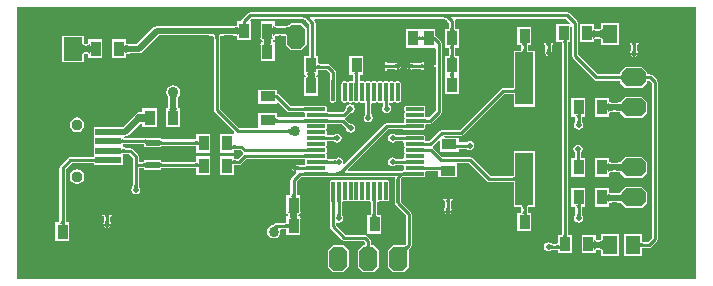
<source format=gtl>
G04*
G04 #@! TF.GenerationSoftware,Altium Limited,Altium Designer,19.0.15 (446)*
G04*
G04 Layer_Physical_Order=1*
G04 Layer_Color=255*
%FSLAX23Y23*%
%MOIN*%
G70*
G01*
G75*
%ADD17C,0.010*%
%ADD19R,0.037X0.051*%
%ADD20R,0.059X0.177*%
%ADD21R,0.051X0.063*%
%ADD22R,0.051X0.037*%
G04:AMPARAMS|DCode=23|XSize=11mil|YSize=61mil|CornerRadius=3mil|HoleSize=0mil|Usage=FLASHONLY|Rotation=180.000|XOffset=0mil|YOffset=0mil|HoleType=Round|Shape=RoundedRectangle|*
%AMROUNDEDRECTD23*
21,1,0.011,0.056,0,0,180.0*
21,1,0.006,0.061,0,0,180.0*
1,1,0.006,-0.003,0.028*
1,1,0.006,0.003,0.028*
1,1,0.006,0.003,-0.028*
1,1,0.006,-0.003,-0.028*
%
%ADD23ROUNDEDRECTD23*%
G04:AMPARAMS|DCode=24|XSize=11mil|YSize=61mil|CornerRadius=3mil|HoleSize=0mil|Usage=FLASHONLY|Rotation=270.000|XOffset=0mil|YOffset=0mil|HoleType=Round|Shape=RoundedRectangle|*
%AMROUNDEDRECTD24*
21,1,0.011,0.056,0,0,270.0*
21,1,0.006,0.061,0,0,270.0*
1,1,0.006,-0.028,-0.003*
1,1,0.006,-0.028,0.003*
1,1,0.006,0.028,0.003*
1,1,0.006,0.028,-0.003*
%
%ADD24ROUNDEDRECTD24*%
%ADD25R,0.045X0.024*%
%ADD26R,0.063X0.079*%
%ADD27R,0.098X0.079*%
%ADD28R,0.089X0.020*%
%ADD43C,0.020*%
%ADD44C,0.025*%
%ADD45C,0.037*%
G04:AMPARAMS|DCode=46|XSize=80mil|YSize=60mil|CornerRadius=0mil|HoleSize=0mil|Usage=FLASHONLY|Rotation=0.000|XOffset=0mil|YOffset=0mil|HoleType=Round|Shape=Octagon|*
%AMOCTAGOND46*
4,1,8,0.040,-0.015,0.040,0.015,0.025,0.030,-0.025,0.030,-0.040,0.015,-0.040,-0.015,-0.025,-0.030,0.025,-0.030,0.040,-0.015,0.0*
%
%ADD46OCTAGOND46*%

G04:AMPARAMS|DCode=47|XSize=80mil|YSize=60mil|CornerRadius=0mil|HoleSize=0mil|Usage=FLASHONLY|Rotation=90.000|XOffset=0mil|YOffset=0mil|HoleType=Round|Shape=Octagon|*
%AMOCTAGOND47*
4,1,8,0.015,0.040,-0.015,0.040,-0.030,0.025,-0.030,-0.025,-0.015,-0.040,0.015,-0.040,0.030,-0.025,0.030,0.025,0.015,0.040,0.0*
%
%ADD47OCTAGOND47*%

%ADD48C,0.020*%
%ADD49C,0.035*%
%ADD50C,0.034*%
G36*
X5584Y2822D02*
Y2792D01*
X3319D01*
Y3065D01*
Y3700D01*
X5584D01*
Y2822D01*
D02*
G37*
%LPC*%
G36*
X4750Y3681D02*
X4749Y3681D01*
X4280D01*
X4280Y3681D01*
X4279Y3681D01*
X4096D01*
X4092Y3680D01*
X4088Y3678D01*
X4068Y3658D01*
X4066Y3655D01*
X4066Y3652D01*
X4065Y3651D01*
X4065Y3651D01*
X4052D01*
Y3641D01*
X4052Y3641D01*
X4052Y3639D01*
X4051Y3639D01*
X4051Y3638D01*
X4051Y3638D01*
X4050Y3637D01*
X4048Y3637D01*
X4046Y3636D01*
X4044Y3636D01*
X4041Y3636D01*
X4037Y3635D01*
X4037Y3635D01*
X3986D01*
X3986Y3635D01*
X3985Y3635D01*
X3985D01*
X3984Y3635D01*
X3984Y3635D01*
X3785D01*
X3779Y3634D01*
X3774Y3631D01*
X3719Y3575D01*
X3698D01*
X3698Y3575D01*
X3694Y3576D01*
X3691Y3576D01*
X3689Y3576D01*
X3687Y3577D01*
X3685Y3577D01*
X3684Y3578D01*
X3684Y3578D01*
X3684Y3579D01*
X3683Y3579D01*
X3683Y3581D01*
X3683Y3581D01*
Y3591D01*
X3636D01*
Y3529D01*
X3683D01*
Y3539D01*
X3683Y3539D01*
X3683Y3541D01*
X3684Y3541D01*
X3684Y3542D01*
X3684Y3542D01*
X3685Y3543D01*
X3687Y3543D01*
X3689Y3544D01*
X3691Y3544D01*
X3694Y3544D01*
X3698Y3545D01*
X3698Y3545D01*
X3725D01*
X3731Y3546D01*
X3736Y3549D01*
X3791Y3605D01*
X3959D01*
X3959Y3605D01*
X3960Y3605D01*
X3960Y3605D01*
X3963Y3604D01*
X3967Y3604D01*
X3969Y3604D01*
X3971Y3603D01*
X3973Y3603D01*
X3974Y3602D01*
X3974Y3602D01*
X3974Y3601D01*
X3975Y3595D01*
X3975Y3591D01*
X3975Y3591D01*
Y3355D01*
X3976Y3351D01*
X3978Y3348D01*
X4043Y3282D01*
X4043Y3280D01*
X4038Y3276D01*
X3996D01*
Y3214D01*
X4043D01*
Y3223D01*
X4043Y3223D01*
X4043Y3223D01*
X4044Y3223D01*
X4045Y3223D01*
X4046Y3224D01*
X4048Y3224D01*
X4049Y3224D01*
X4062D01*
X4071Y3215D01*
X4071Y3215D01*
X4071Y3214D01*
X4071Y3209D01*
X4056Y3194D01*
X4049D01*
X4048Y3194D01*
X4046Y3194D01*
X4045Y3194D01*
X4044Y3194D01*
X4043Y3195D01*
X4043Y3195D01*
X4043Y3195D01*
Y3201D01*
X3996D01*
Y3139D01*
X4043D01*
Y3173D01*
X4043Y3173D01*
X4043Y3173D01*
X4044Y3173D01*
X4045Y3173D01*
X4046Y3173D01*
X4048Y3173D01*
X4049Y3174D01*
X4060D01*
X4064Y3174D01*
X4068Y3176D01*
X4084Y3193D01*
X4275D01*
X4275Y3192D01*
X4277Y3192D01*
X4278Y3191D01*
X4280Y3187D01*
X4280Y3185D01*
Y3180D01*
X4280Y3178D01*
X4278Y3174D01*
X4277Y3173D01*
X4275Y3173D01*
X4275Y3173D01*
X4260D01*
X4260Y3173D01*
X4258Y3173D01*
X4257Y3173D01*
X4257Y3173D01*
X4256Y3173D01*
X4256Y3173D01*
X4256Y3173D01*
X4256Y3173D01*
X4256Y3173D01*
X4256Y3174D01*
X4256Y3174D01*
X4256Y3174D01*
X4254Y3174D01*
X4252Y3175D01*
X4252Y3175D01*
X4252Y3175D01*
X4250Y3174D01*
X4248Y3173D01*
X4248Y3173D01*
X4248Y3173D01*
X4248Y3173D01*
X4245D01*
X4241Y3172D01*
X4238Y3170D01*
X4236Y3166D01*
X4235Y3162D01*
X4236Y3159D01*
X4238Y3155D01*
X4241Y3153D01*
X4245Y3152D01*
X4248D01*
X4248Y3152D01*
X4248Y3152D01*
X4248Y3152D01*
X4250Y3151D01*
X4250Y3149D01*
X4251Y3146D01*
X4251Y3145D01*
X4233Y3128D01*
X4231Y3125D01*
X4230Y3121D01*
Y3076D01*
X4230Y3076D01*
X4230Y3074D01*
X4230Y3073D01*
X4230Y3071D01*
X4230Y3071D01*
X4230Y3071D01*
X4217D01*
Y3016D01*
X4217Y3015D01*
X4217Y3015D01*
X4217Y3015D01*
X4217Y3014D01*
Y3009D01*
X4221D01*
X4221Y3009D01*
X4222Y3009D01*
X4224Y3005D01*
X4222Y3001D01*
X4221Y3001D01*
X4221Y3001D01*
X4217D01*
Y2996D01*
X4217Y2995D01*
X4217Y2995D01*
X4217Y2995D01*
X4217Y2994D01*
Y2981D01*
X4217Y2981D01*
X4217Y2981D01*
X4216Y2981D01*
X4215Y2981D01*
X4214Y2980D01*
X4212Y2980D01*
X4212Y2980D01*
X4212Y2980D01*
X4212Y2980D01*
X4211Y2980D01*
X4185D01*
X4181Y2979D01*
X4179Y2978D01*
X4178Y2977D01*
X4176Y2976D01*
X4173Y2973D01*
X4172Y2972D01*
X4172Y2972D01*
X4166Y2971D01*
X4159Y2966D01*
X4154Y2959D01*
X4153Y2950D01*
X4154Y2941D01*
X4159Y2934D01*
X4166Y2929D01*
X4175Y2928D01*
X4184Y2929D01*
X4191Y2934D01*
X4196Y2941D01*
X4197Y2950D01*
X4196Y2955D01*
X4200Y2960D01*
X4211D01*
X4212Y2960D01*
X4212Y2960D01*
X4212Y2960D01*
X4212Y2960D01*
X4214Y2960D01*
X4215Y2959D01*
X4216Y2959D01*
X4217Y2959D01*
X4217Y2959D01*
X4217Y2959D01*
Y2939D01*
X4264D01*
Y2994D01*
X4265Y2995D01*
X4264Y2995D01*
X4265Y2995D01*
X4264Y2996D01*
Y3001D01*
X4260D01*
X4260Y3001D01*
X4260Y3001D01*
X4257Y3005D01*
X4260Y3009D01*
X4260Y3009D01*
X4260Y3009D01*
X4264D01*
Y3014D01*
X4265Y3015D01*
X4264Y3015D01*
X4265Y3015D01*
X4264Y3016D01*
Y3071D01*
X4252D01*
X4252Y3071D01*
X4251Y3071D01*
X4251Y3073D01*
X4251Y3074D01*
X4251Y3076D01*
X4251Y3076D01*
Y3116D01*
X4267Y3133D01*
X4276D01*
X4276Y3133D01*
X4284Y3133D01*
X4285Y3133D01*
X4286Y3133D01*
X4286Y3133D01*
X4286Y3133D01*
X4287Y3133D01*
X4287Y3133D01*
X4343D01*
X4344Y3133D01*
X4344Y3133D01*
X4344Y3133D01*
X4345Y3133D01*
X4355Y3133D01*
X4355Y3133D01*
X4393D01*
X4394Y3133D01*
X4394Y3133D01*
X4578D01*
X4579Y3132D01*
Y3127D01*
X4578Y3127D01*
X4578Y3122D01*
X4578Y3119D01*
X4578Y3118D01*
X4578Y3118D01*
X4578Y3118D01*
X4578Y3117D01*
X4578Y3117D01*
X4578Y3116D01*
X4578Y3116D01*
X4578Y3115D01*
Y3059D01*
X4578Y3058D01*
X4578Y3058D01*
X4578Y3057D01*
X4578Y3057D01*
X4578Y3049D01*
X4578Y3047D01*
X4579Y3046D01*
Y3046D01*
X4579Y3042D01*
X4582Y3039D01*
X4615Y3006D01*
Y2909D01*
X4613Y2907D01*
X4612Y2907D01*
X4611Y2906D01*
X4610Y2905D01*
X4609Y2904D01*
X4609Y2904D01*
X4608Y2905D01*
X4573D01*
X4555Y2888D01*
Y2832D01*
X4573Y2815D01*
X4608D01*
X4625Y2832D01*
Y2888D01*
X4624Y2889D01*
X4624Y2889D01*
X4625Y2890D01*
X4626Y2891D01*
X4627Y2892D01*
X4627Y2893D01*
X4632Y2898D01*
X4634Y2901D01*
X4635Y2905D01*
Y3010D01*
X4634Y3014D01*
X4632Y3017D01*
X4599Y3050D01*
X4599Y3051D01*
X4599Y3051D01*
X4599Y3051D01*
X4599Y3057D01*
X4599Y3057D01*
X4599Y3057D01*
X4599Y3058D01*
X4599Y3058D01*
Y3086D01*
X4599Y3087D01*
Y3087D01*
X4599Y3087D01*
Y3118D01*
X4599Y3127D01*
X4599Y3128D01*
X4599Y3128D01*
X4599Y3128D01*
X4604Y3133D01*
X4605D01*
X4605Y3133D01*
X4614Y3133D01*
X4615Y3133D01*
X4615Y3133D01*
X4615Y3133D01*
X4616Y3133D01*
X4616Y3133D01*
X4617Y3133D01*
X4673D01*
X4676Y3133D01*
X4678Y3135D01*
X4680Y3137D01*
X4680Y3140D01*
Y3146D01*
X4680Y3148D01*
X4682Y3152D01*
X4683Y3153D01*
X4724D01*
Y3131D01*
X4786D01*
Y3178D01*
X4790Y3180D01*
X4826D01*
X4887Y3119D01*
X4890Y3116D01*
X4894Y3116D01*
X4970D01*
X4970Y3115D01*
X4972Y3115D01*
X4974Y3115D01*
X4975Y3115D01*
X4975Y3115D01*
X4975Y3115D01*
Y3032D01*
X5000D01*
X5000Y3032D01*
X5000Y3031D01*
X5000Y3030D01*
X5000Y3029D01*
X5000Y3027D01*
X5000Y3027D01*
Y3019D01*
X5000Y3019D01*
X5000Y3017D01*
X5000Y3016D01*
X5000Y3015D01*
X5000Y3014D01*
X5000Y3014D01*
X4987D01*
Y2953D01*
X5034D01*
Y3014D01*
X5022D01*
X5022Y3014D01*
X5021Y3015D01*
X5021Y3016D01*
X5021Y3017D01*
X5021Y3019D01*
X5021Y3019D01*
Y3027D01*
X5021Y3027D01*
X5021Y3029D01*
X5021Y3030D01*
X5021Y3031D01*
X5022Y3032D01*
X5022Y3032D01*
X5045D01*
Y3219D01*
X4975D01*
Y3137D01*
X4975Y3137D01*
X4975Y3137D01*
X4974Y3136D01*
X4972Y3136D01*
X4970Y3136D01*
X4970Y3136D01*
X4898D01*
X4837Y3197D01*
X4834Y3199D01*
X4830Y3200D01*
X4736D01*
X4707Y3229D01*
X4706Y3230D01*
X4706Y3231D01*
X4705Y3236D01*
X4705Y3236D01*
X4725Y3255D01*
X4729Y3253D01*
Y3217D01*
X4791D01*
Y3227D01*
X4817D01*
X4818Y3226D01*
X4822Y3223D01*
X4828Y3221D01*
X4834Y3223D01*
X4839Y3226D01*
X4842Y3231D01*
X4844Y3237D01*
X4842Y3243D01*
X4839Y3248D01*
X4834Y3251D01*
X4828Y3252D01*
X4822Y3251D01*
X4818Y3248D01*
X4791D01*
Y3264D01*
X4746D01*
X4743Y3269D01*
X4743Y3270D01*
X4800D01*
X4804Y3271D01*
X4808Y3273D01*
X4944Y3409D01*
X4970D01*
X4970Y3409D01*
X4972Y3409D01*
X4974Y3408D01*
X4975Y3408D01*
X4975Y3408D01*
X4975Y3408D01*
Y3367D01*
X5045D01*
Y3554D01*
X5022D01*
X5022Y3554D01*
X5021Y3555D01*
X5021Y3556D01*
X5021Y3557D01*
X5021Y3559D01*
X5021Y3560D01*
Y3567D01*
X5021Y3568D01*
X5021Y3569D01*
X5021Y3571D01*
X5021Y3572D01*
X5022Y3572D01*
X5022Y3573D01*
X5034D01*
Y3634D01*
X4987D01*
Y3573D01*
X5000D01*
X5000Y3572D01*
X5000Y3572D01*
X5000Y3571D01*
X5000Y3569D01*
X5000Y3568D01*
X5000Y3567D01*
Y3560D01*
X5000Y3559D01*
X5000Y3557D01*
X5000Y3556D01*
X5000Y3555D01*
X5000Y3554D01*
X5000Y3554D01*
X4975D01*
Y3430D01*
X4975Y3430D01*
X4975Y3430D01*
X4974Y3430D01*
X4972Y3430D01*
X4970Y3429D01*
X4970Y3429D01*
X4939D01*
X4936Y3428D01*
X4932Y3426D01*
X4796Y3290D01*
X4735D01*
X4731Y3289D01*
X4728Y3287D01*
X4692Y3252D01*
X4684D01*
X4684Y3252D01*
X4684Y3252D01*
X4683Y3253D01*
X4680Y3257D01*
X4680Y3259D01*
Y3264D01*
X4680Y3267D01*
X4678Y3270D01*
X4676Y3271D01*
X4673Y3272D01*
X4617D01*
X4614Y3272D01*
X4582D01*
X4582Y3273D01*
X4577Y3276D01*
X4571Y3277D01*
X4565Y3276D01*
X4560Y3273D01*
X4557Y3268D01*
X4555Y3262D01*
X4557Y3256D01*
X4560Y3251D01*
X4565Y3248D01*
X4571Y3247D01*
X4577Y3248D01*
X4582Y3251D01*
X4606D01*
X4607Y3250D01*
X4609Y3246D01*
X4609Y3244D01*
Y3239D01*
X4609Y3236D01*
X4610Y3235D01*
X4611Y3232D01*
X4610Y3228D01*
X4609Y3228D01*
X4609Y3225D01*
Y3219D01*
X4609Y3216D01*
X4611Y3214D01*
Y3211D01*
X4609Y3208D01*
X4609Y3205D01*
Y3200D01*
X4609Y3198D01*
X4607Y3194D01*
X4606Y3193D01*
X4582D01*
X4582Y3194D01*
X4577Y3197D01*
X4571Y3199D01*
X4565Y3197D01*
X4560Y3194D01*
X4557Y3189D01*
X4555Y3183D01*
X4557Y3177D01*
X4560Y3172D01*
X4565Y3169D01*
X4571Y3168D01*
X4577Y3169D01*
X4582Y3172D01*
X4606D01*
X4607Y3171D01*
X4609Y3167D01*
X4609Y3166D01*
Y3160D01*
X4609Y3159D01*
X4607Y3155D01*
X4606Y3154D01*
X4605Y3154D01*
X4605Y3153D01*
X4424D01*
X4422Y3158D01*
X4555Y3291D01*
X4605D01*
X4605Y3290D01*
X4614Y3290D01*
X4615Y3290D01*
X4615Y3290D01*
X4615Y3290D01*
X4616Y3290D01*
X4616Y3290D01*
X4617Y3290D01*
X4673D01*
X4676Y3291D01*
X4678Y3292D01*
X4680Y3295D01*
X4680Y3298D01*
Y3303D01*
X4680Y3305D01*
X4683Y3309D01*
X4684Y3310D01*
X4684Y3310D01*
X4685Y3310D01*
X4695D01*
X4699Y3311D01*
X4703Y3313D01*
X4732Y3343D01*
X4734Y3346D01*
X4735Y3350D01*
Y3580D01*
X4734Y3584D01*
X4732Y3587D01*
X4717Y3602D01*
X4714Y3604D01*
Y3626D01*
X4669D01*
X4667Y3626D01*
Y3626D01*
X4664D01*
Y3626D01*
X4616D01*
Y3564D01*
X4664D01*
Y3564D01*
X4667D01*
Y3564D01*
X4714D01*
X4715Y3560D01*
Y3505D01*
X4710Y3504D01*
X4710Y3505D01*
X4709Y3506D01*
X4707Y3510D01*
X4704Y3512D01*
X4700Y3513D01*
X4677D01*
X4677Y3514D01*
X4676Y3516D01*
X4676Y3516D01*
X4676Y3516D01*
X4674Y3517D01*
X4673Y3518D01*
X4672Y3518D01*
X4672Y3518D01*
X4671Y3517D01*
X4669Y3517D01*
X4669Y3516D01*
X4668Y3516D01*
X4668Y3515D01*
X4667Y3513D01*
X4667Y3513D01*
X4666Y3513D01*
X4665Y3513D01*
X4664Y3513D01*
X4662Y3513D01*
X4661Y3513D01*
X4642D01*
X4642Y3513D01*
X4640Y3513D01*
X4639Y3513D01*
X4639Y3513D01*
X4638Y3513D01*
X4638Y3513D01*
X4638Y3513D01*
X4638Y3513D01*
X4638Y3513D01*
X4638Y3514D01*
X4638Y3514D01*
X4638Y3514D01*
X4636Y3514D01*
X4634Y3515D01*
X4634Y3515D01*
X4634Y3515D01*
X4632Y3514D01*
X4630Y3513D01*
X4630Y3513D01*
X4630Y3513D01*
X4630Y3513D01*
X4627D01*
X4623Y3512D01*
X4620Y3510D01*
X4618Y3506D01*
X4617Y3502D01*
X4618Y3499D01*
X4620Y3495D01*
X4623Y3493D01*
X4627Y3492D01*
X4630D01*
X4630Y3492D01*
X4630Y3492D01*
X4630Y3492D01*
X4632Y3491D01*
X4634Y3490D01*
X4634Y3490D01*
X4634Y3490D01*
X4635Y3490D01*
X4635D01*
X4635Y3490D01*
X4636Y3491D01*
X4638Y3491D01*
X4638Y3491D01*
X4638Y3491D01*
X4638Y3491D01*
X4638Y3492D01*
X4638Y3492D01*
X4638Y3492D01*
X4638Y3492D01*
X4639Y3492D01*
X4639Y3492D01*
X4641Y3492D01*
X4642Y3492D01*
X4642Y3492D01*
X4661D01*
X4662Y3492D01*
X4664Y3492D01*
X4665Y3492D01*
X4666Y3492D01*
X4667Y3491D01*
X4667Y3491D01*
X4668Y3490D01*
X4668Y3489D01*
X4668D01*
X4668Y3489D01*
X4669Y3488D01*
X4669Y3488D01*
X4671Y3488D01*
X4672Y3487D01*
X4672Y3487D01*
X4673Y3487D01*
X4674Y3488D01*
X4676Y3489D01*
X4676Y3489D01*
X4676Y3489D01*
X4676Y3489D01*
X4676D01*
X4677Y3490D01*
X4677Y3491D01*
X4677Y3492D01*
X4700D01*
X4704Y3493D01*
X4707Y3495D01*
X4709Y3499D01*
X4710Y3500D01*
X4710Y3500D01*
X4715Y3500D01*
Y3354D01*
X4691Y3331D01*
X4684D01*
X4684Y3331D01*
X4684Y3331D01*
X4683Y3332D01*
X4680Y3336D01*
X4680Y3337D01*
Y3343D01*
X4680Y3346D01*
X4678Y3348D01*
Y3351D01*
X4680Y3354D01*
X4680Y3357D01*
Y3363D01*
X4680Y3366D01*
X4678Y3368D01*
X4676Y3370D01*
X4673Y3370D01*
X4617D01*
X4614Y3370D01*
X4611Y3368D01*
X4609Y3366D01*
X4609Y3363D01*
Y3357D01*
X4609Y3354D01*
X4611Y3351D01*
Y3348D01*
X4609Y3346D01*
X4609Y3343D01*
Y3337D01*
X4609Y3334D01*
X4610Y3334D01*
X4611Y3330D01*
X4610Y3327D01*
X4609Y3326D01*
X4609Y3323D01*
Y3318D01*
X4609Y3316D01*
X4607Y3312D01*
X4606Y3311D01*
X4605Y3311D01*
X4605Y3311D01*
X4551D01*
X4547Y3310D01*
X4543Y3308D01*
X4411Y3175D01*
X4406Y3177D01*
X4406Y3177D01*
X4407Y3183D01*
X4406Y3188D01*
X4402Y3193D01*
X4397Y3197D01*
X4391Y3198D01*
X4386Y3197D01*
X4381Y3194D01*
X4381Y3194D01*
X4381Y3194D01*
X4381Y3194D01*
X4381Y3194D01*
X4381Y3194D01*
X4380Y3193D01*
X4380Y3193D01*
X4380Y3193D01*
X4380Y3193D01*
X4379Y3193D01*
X4378Y3193D01*
X4377Y3193D01*
X4376Y3193D01*
X4355D01*
X4355Y3193D01*
X4354Y3193D01*
X4353Y3194D01*
X4351Y3198D01*
X4351Y3200D01*
Y3205D01*
X4351Y3208D01*
X4349Y3211D01*
Y3214D01*
X4351Y3216D01*
X4351Y3219D01*
Y3225D01*
X4351Y3228D01*
X4350Y3228D01*
X4349Y3232D01*
X4350Y3235D01*
X4351Y3236D01*
X4351Y3239D01*
Y3244D01*
X4351Y3246D01*
X4353Y3250D01*
X4354Y3251D01*
X4355Y3251D01*
X4355Y3251D01*
X4371D01*
X4371Y3251D01*
X4372Y3251D01*
X4374Y3251D01*
X4374Y3251D01*
X4375Y3251D01*
X4375Y3251D01*
X4376Y3250D01*
X4376Y3250D01*
X4376Y3250D01*
X4376Y3250D01*
X4376Y3250D01*
X4376Y3250D01*
X4377Y3250D01*
X4380Y3248D01*
X4386Y3247D01*
X4392Y3248D01*
X4397Y3251D01*
X4400Y3256D01*
X4401Y3262D01*
X4400Y3268D01*
X4397Y3273D01*
X4392Y3276D01*
X4386Y3277D01*
X4380Y3276D01*
X4375Y3273D01*
X4375Y3272D01*
X4375Y3272D01*
X4375Y3272D01*
X4374Y3272D01*
X4374Y3272D01*
X4374Y3272D01*
X4374Y3272D01*
X4374Y3272D01*
X4374Y3272D01*
X4373Y3272D01*
X4372Y3272D01*
X4371Y3272D01*
X4371Y3272D01*
X4370Y3272D01*
X4370Y3272D01*
X4355D01*
X4355Y3272D01*
X4354Y3272D01*
X4353Y3273D01*
X4351Y3277D01*
X4351Y3278D01*
Y3284D01*
X4351Y3287D01*
X4349Y3289D01*
Y3292D01*
X4351Y3295D01*
X4351Y3298D01*
Y3303D01*
X4351Y3305D01*
X4353Y3309D01*
X4354Y3310D01*
X4355Y3310D01*
X4355Y3310D01*
X4400D01*
X4413Y3298D01*
X4413Y3297D01*
X4413Y3297D01*
X4415Y3296D01*
X4415Y3295D01*
X4415Y3295D01*
X4415Y3294D01*
X4415Y3294D01*
X4415Y3294D01*
X4415Y3294D01*
X4415Y3294D01*
X4415Y3294D01*
X4415Y3294D01*
X4416Y3293D01*
X4417Y3289D01*
X4420Y3284D01*
X4425Y3281D01*
X4431Y3280D01*
X4437Y3281D01*
X4442Y3284D01*
X4445Y3289D01*
X4446Y3295D01*
X4445Y3301D01*
X4442Y3306D01*
X4437Y3309D01*
X4431Y3310D01*
X4431Y3310D01*
X4430Y3310D01*
X4430Y3310D01*
X4430Y3310D01*
X4430Y3310D01*
X4430Y3310D01*
X4430Y3310D01*
X4430Y3311D01*
X4429Y3311D01*
X4429Y3311D01*
X4428Y3312D01*
X4427Y3313D01*
X4427Y3313D01*
X4427Y3313D01*
X4426Y3313D01*
X4414Y3326D01*
X4414Y3327D01*
X4415Y3331D01*
X4417Y3333D01*
X4426Y3342D01*
X4427Y3342D01*
X4428Y3343D01*
X4429Y3344D01*
X4429Y3344D01*
X4430Y3344D01*
X4430Y3344D01*
X4430Y3345D01*
X4430Y3345D01*
X4430Y3345D01*
X4430Y3345D01*
X4430Y3345D01*
X4430Y3345D01*
X4431Y3345D01*
X4436Y3346D01*
X4441Y3349D01*
X4444Y3354D01*
X4445Y3360D01*
X4444Y3366D01*
X4441Y3371D01*
X4436Y3374D01*
X4430Y3375D01*
X4424Y3374D01*
X4419Y3371D01*
X4416Y3366D01*
X4415Y3361D01*
X4415Y3360D01*
X4415Y3360D01*
X4415Y3360D01*
X4415Y3360D01*
X4415Y3360D01*
X4415Y3360D01*
X4414Y3360D01*
X4414Y3360D01*
X4414Y3359D01*
X4414Y3359D01*
X4413Y3358D01*
X4412Y3357D01*
X4412Y3356D01*
X4406Y3350D01*
X4355D01*
X4355Y3350D01*
X4354Y3350D01*
X4353Y3351D01*
X4351Y3356D01*
X4351Y3357D01*
Y3363D01*
X4351Y3366D01*
X4349Y3368D01*
X4346Y3370D01*
X4343Y3370D01*
X4287D01*
X4287Y3370D01*
X4286Y3370D01*
X4286Y3370D01*
X4286Y3370D01*
X4276Y3370D01*
X4275Y3370D01*
X4229D01*
X4192Y3408D01*
X4188Y3410D01*
X4186Y3411D01*
Y3424D01*
X4124D01*
Y3377D01*
X4186D01*
Y3378D01*
X4190Y3380D01*
X4218Y3353D01*
X4221Y3350D01*
X4225Y3350D01*
X4276D01*
X4276Y3349D01*
X4276Y3349D01*
X4277Y3348D01*
X4280Y3344D01*
X4280Y3343D01*
Y3337D01*
X4280Y3336D01*
X4277Y3332D01*
X4276Y3331D01*
X4276Y3331D01*
X4275Y3331D01*
X4191D01*
X4191Y3331D01*
X4189Y3331D01*
X4188Y3331D01*
X4186Y3331D01*
X4186Y3331D01*
X4186Y3331D01*
Y3346D01*
X4124D01*
Y3300D01*
X4124Y3298D01*
X4121Y3295D01*
X4059D01*
X3995Y3359D01*
Y3591D01*
X3995Y3591D01*
X3995Y3595D01*
X3996Y3601D01*
X3996Y3601D01*
X3996Y3602D01*
X3996Y3602D01*
X3997Y3603D01*
X3999Y3603D01*
X4001Y3604D01*
X4003Y3604D01*
X4007Y3604D01*
X4010Y3605D01*
X4010Y3605D01*
X4011Y3605D01*
X4011Y3605D01*
X4037D01*
X4037Y3605D01*
X4041Y3604D01*
X4044Y3604D01*
X4046Y3604D01*
X4048Y3603D01*
X4050Y3603D01*
X4051Y3602D01*
X4051Y3602D01*
X4051Y3601D01*
X4052Y3601D01*
X4052Y3599D01*
X4052Y3599D01*
Y3589D01*
X4099D01*
Y3651D01*
X4097D01*
X4095Y3655D01*
X4100Y3660D01*
X4266D01*
X4267Y3660D01*
X4267Y3660D01*
X4267Y3660D01*
X4269Y3660D01*
X4270Y3660D01*
X4272Y3660D01*
X4273Y3659D01*
X4274Y3659D01*
X4276Y3658D01*
X4277Y3658D01*
X4278Y3657D01*
X4279Y3656D01*
X4281Y3655D01*
X4281Y3654D01*
X4294Y3641D01*
Y3536D01*
X4276D01*
Y3481D01*
X4275Y3480D01*
X4276Y3480D01*
X4275Y3480D01*
X4276Y3479D01*
Y3474D01*
X4280D01*
X4280Y3474D01*
X4280Y3474D01*
X4283Y3470D01*
X4280Y3466D01*
X4280Y3466D01*
X4280Y3466D01*
X4276D01*
Y3461D01*
X4275Y3460D01*
X4276Y3460D01*
X4275Y3460D01*
X4276Y3459D01*
Y3404D01*
X4323D01*
Y3459D01*
X4323Y3460D01*
X4323Y3460D01*
X4323Y3460D01*
X4323Y3461D01*
Y3466D01*
X4319D01*
X4319Y3466D01*
X4318Y3466D01*
X4316Y3470D01*
X4318Y3474D01*
X4319Y3474D01*
X4319Y3474D01*
X4323D01*
Y3479D01*
X4323Y3480D01*
X4323Y3480D01*
X4323Y3480D01*
X4323Y3481D01*
Y3489D01*
X4323Y3489D01*
X4323Y3489D01*
X4324Y3489D01*
X4325Y3489D01*
X4326Y3490D01*
X4328Y3490D01*
X4329Y3490D01*
X4351D01*
X4362Y3479D01*
Y3456D01*
X4361Y3455D01*
X4361Y3447D01*
X4361Y3446D01*
X4361Y3446D01*
X4361Y3445D01*
X4361Y3445D01*
X4361Y3445D01*
X4361Y3444D01*
Y3388D01*
X4362Y3385D01*
X4363Y3383D01*
X4366Y3381D01*
X4369Y3380D01*
X4374D01*
X4378Y3381D01*
X4380Y3383D01*
X4382Y3385D01*
X4382Y3388D01*
Y3444D01*
X4382Y3445D01*
X4382Y3445D01*
X4382Y3445D01*
X4382Y3445D01*
X4382Y3456D01*
X4382Y3456D01*
Y3483D01*
X4381Y3487D01*
X4379Y3490D01*
X4362Y3507D01*
X4359Y3509D01*
X4355Y3510D01*
X4329D01*
X4328Y3510D01*
X4326Y3510D01*
X4325Y3511D01*
X4324Y3511D01*
X4323Y3511D01*
X4323Y3511D01*
X4323Y3511D01*
Y3536D01*
X4315D01*
Y3646D01*
X4314Y3650D01*
X4312Y3653D01*
X4309Y3656D01*
X4311Y3660D01*
X4736D01*
X4737Y3660D01*
X4737Y3660D01*
X4737Y3660D01*
X4739Y3660D01*
X4740Y3660D01*
X4742Y3660D01*
X4743Y3659D01*
X4744Y3659D01*
X4746Y3658D01*
X4747Y3658D01*
X4748Y3657D01*
X4749Y3656D01*
X4751Y3655D01*
X4751Y3654D01*
X4759Y3646D01*
Y3631D01*
X4759Y3631D01*
X4759Y3629D01*
X4759Y3628D01*
X4759Y3626D01*
X4758Y3626D01*
X4758Y3626D01*
X4746D01*
Y3564D01*
X4758D01*
X4758Y3564D01*
X4759Y3564D01*
X4759Y3562D01*
X4759Y3561D01*
X4759Y3559D01*
X4759Y3559D01*
Y3541D01*
X4759Y3541D01*
X4759Y3539D01*
X4759Y3538D01*
X4759Y3536D01*
X4758Y3536D01*
X4758Y3536D01*
X4746D01*
Y3474D01*
X4746D01*
Y3471D01*
X4746D01*
Y3409D01*
X4793D01*
Y3471D01*
X4793D01*
Y3474D01*
X4793D01*
Y3536D01*
X4780D01*
X4780Y3536D01*
X4780Y3536D01*
X4780Y3538D01*
X4780Y3539D01*
X4780Y3541D01*
X4780Y3541D01*
Y3559D01*
X4780Y3559D01*
X4780Y3561D01*
X4780Y3562D01*
X4780Y3564D01*
X4780Y3564D01*
X4780Y3564D01*
X4793D01*
Y3626D01*
X4780D01*
X4780Y3626D01*
X4780Y3626D01*
X4780Y3628D01*
X4780Y3629D01*
X4780Y3631D01*
X4780Y3631D01*
Y3651D01*
X4779Y3655D01*
X4778Y3655D01*
X4781Y3660D01*
X5150D01*
X5164Y3647D01*
X5162Y3642D01*
X5160Y3642D01*
X5117D01*
Y3581D01*
X5135D01*
X5135Y3580D01*
X5135Y3580D01*
X5135Y3579D01*
X5135Y3577D01*
X5135Y3576D01*
X5135Y3575D01*
Y2944D01*
X5135Y2944D01*
X5135Y2942D01*
X5135Y2941D01*
X5135Y2940D01*
X5135Y2939D01*
X5135Y2939D01*
X5122D01*
Y2911D01*
X5122Y2911D01*
X5122Y2911D01*
X5121Y2911D01*
X5120Y2911D01*
X5119Y2910D01*
X5117Y2910D01*
X5116Y2910D01*
X5106D01*
X5106Y2910D01*
X5104Y2910D01*
X5103Y2911D01*
X5103Y2911D01*
X5102Y2911D01*
X5102Y2911D01*
X5102Y2911D01*
X5102Y2911D01*
X5102Y2911D01*
X5101Y2911D01*
X5101Y2911D01*
X5101Y2911D01*
X5101Y2911D01*
X5097Y2914D01*
X5091Y2915D01*
X5085Y2914D01*
X5080Y2911D01*
X5077Y2906D01*
X5075Y2900D01*
X5077Y2894D01*
X5080Y2889D01*
X5085Y2886D01*
X5091Y2885D01*
X5097Y2886D01*
X5101Y2889D01*
X5101Y2889D01*
X5101Y2889D01*
X5101Y2889D01*
X5102Y2889D01*
X5102Y2889D01*
X5102Y2889D01*
X5102Y2889D01*
X5102Y2889D01*
X5103Y2889D01*
X5103Y2889D01*
X5105Y2890D01*
X5106Y2890D01*
X5106Y2890D01*
X5116D01*
X5117Y2890D01*
X5119Y2890D01*
X5120Y2889D01*
X5121Y2889D01*
X5122Y2889D01*
X5122Y2889D01*
X5122Y2889D01*
Y2878D01*
X5169D01*
Y2939D01*
X5157D01*
X5157Y2939D01*
X5156Y2940D01*
X5156Y2941D01*
X5156Y2942D01*
X5156Y2944D01*
X5156Y2944D01*
Y3575D01*
X5156Y3576D01*
X5156Y3577D01*
X5156Y3579D01*
X5156Y3580D01*
X5157Y3580D01*
X5157Y3581D01*
X5164D01*
Y3634D01*
X5169Y3636D01*
X5170Y3636D01*
Y3535D01*
X5171Y3531D01*
X5173Y3528D01*
X5243Y3457D01*
X5247Y3455D01*
X5250Y3454D01*
X5324D01*
X5325Y3454D01*
X5327Y3454D01*
X5328Y3454D01*
X5329Y3454D01*
X5330Y3454D01*
X5330Y3454D01*
Y3447D01*
X5347Y3430D01*
X5403D01*
X5420Y3447D01*
Y3453D01*
X5420Y3454D01*
X5420Y3454D01*
X5421Y3454D01*
X5422Y3454D01*
X5423Y3454D01*
X5425Y3454D01*
X5426Y3454D01*
X5426D01*
X5435Y3446D01*
Y2929D01*
X5422Y2916D01*
X5407D01*
X5407Y2917D01*
X5405Y2917D01*
X5404Y2917D01*
X5403Y2917D01*
X5402Y2917D01*
X5402Y2917D01*
Y2943D01*
X5341D01*
Y2870D01*
X5402D01*
Y2895D01*
X5402Y2895D01*
X5403Y2895D01*
X5404Y2896D01*
X5405Y2896D01*
X5407Y2896D01*
X5407Y2896D01*
X5426D01*
X5430Y2897D01*
X5433Y2899D01*
X5452Y2918D01*
X5454Y2921D01*
X5455Y2925D01*
Y3450D01*
X5454Y3454D01*
X5452Y3457D01*
X5438Y3472D01*
X5434Y3474D01*
X5430Y3475D01*
X5426D01*
X5425Y3475D01*
X5423Y3475D01*
X5422Y3475D01*
X5421Y3475D01*
X5420Y3475D01*
X5420Y3476D01*
X5420Y3476D01*
Y3482D01*
X5403Y3500D01*
X5347D01*
X5330Y3482D01*
Y3476D01*
X5330Y3475D01*
X5329Y3475D01*
X5328Y3475D01*
X5327Y3475D01*
X5325Y3475D01*
X5324Y3475D01*
X5255D01*
X5190Y3539D01*
Y3645D01*
X5189Y3649D01*
X5187Y3652D01*
X5162Y3678D01*
X5158Y3680D01*
X5154Y3681D01*
X4750D01*
X4750Y3681D01*
D02*
G37*
G36*
X5327Y3646D02*
X5266D01*
Y3630D01*
X5266Y3630D01*
X5266Y3628D01*
X5266Y3628D01*
X5265Y3628D01*
X5265Y3627D01*
X5264Y3627D01*
X5262Y3626D01*
X5260Y3625D01*
X5258Y3625D01*
X5255Y3625D01*
X5255Y3625D01*
X5254Y3625D01*
X5251Y3625D01*
X5249Y3625D01*
X5247Y3626D01*
X5245Y3627D01*
X5244Y3627D01*
X5244Y3628D01*
X5244Y3628D01*
X5243Y3628D01*
X5243Y3630D01*
X5243Y3630D01*
Y3642D01*
X5196D01*
Y3581D01*
X5243D01*
Y3588D01*
X5243Y3589D01*
X5243Y3590D01*
X5244Y3590D01*
X5244Y3591D01*
X5244Y3591D01*
X5245Y3592D01*
X5247Y3592D01*
X5249Y3593D01*
X5251Y3593D01*
X5254Y3594D01*
X5255Y3594D01*
X5255Y3594D01*
X5258Y3593D01*
X5260Y3593D01*
X5262Y3592D01*
X5264Y3592D01*
X5265Y3591D01*
X5265Y3591D01*
X5266Y3590D01*
X5266Y3590D01*
X5266Y3589D01*
X5266Y3588D01*
Y3573D01*
X5327D01*
Y3646D01*
D02*
G37*
G36*
X4178Y3651D02*
X4131D01*
Y3596D01*
X4130Y3595D01*
X4131Y3595D01*
X4130Y3595D01*
X4131Y3594D01*
Y3589D01*
X4135D01*
X4135Y3589D01*
X4135Y3589D01*
X4138Y3585D01*
X4135Y3581D01*
X4135Y3581D01*
X4135Y3581D01*
X4131D01*
Y3576D01*
X4130Y3575D01*
X4131Y3575D01*
X4130Y3575D01*
X4131Y3574D01*
Y3519D01*
X4178D01*
Y3574D01*
X4178Y3575D01*
X4178Y3575D01*
X4178Y3575D01*
X4178Y3576D01*
Y3581D01*
X4174D01*
X4174Y3581D01*
X4173Y3581D01*
X4171Y3585D01*
X4173Y3589D01*
X4174Y3589D01*
X4174Y3589D01*
X4178D01*
Y3594D01*
X4178Y3595D01*
X4178Y3595D01*
X4178Y3595D01*
X4178Y3596D01*
Y3599D01*
X4178Y3599D01*
X4178Y3601D01*
X4179Y3601D01*
X4179Y3602D01*
X4179Y3602D01*
X4180Y3603D01*
X4182Y3603D01*
X4184Y3604D01*
X4186Y3604D01*
X4189Y3604D01*
X4193Y3605D01*
X4193Y3605D01*
X4200D01*
X4200Y3605D01*
X4204Y3604D01*
X4208Y3604D01*
X4211Y3604D01*
X4213Y3603D01*
X4215Y3603D01*
X4215Y3602D01*
Y3601D01*
X4215Y3601D01*
X4215Y3601D01*
Y3572D01*
X4233Y3555D01*
X4267D01*
X4285Y3572D01*
Y3628D01*
X4267Y3645D01*
X4236D01*
X4235Y3645D01*
X4235Y3645D01*
X4233D01*
X4231Y3644D01*
X4230Y3642D01*
X4228Y3641D01*
X4226Y3640D01*
X4223Y3639D01*
X4221Y3638D01*
X4218Y3637D01*
X4215Y3636D01*
X4212Y3636D01*
X4209Y3636D01*
X4205Y3635D01*
X4205Y3635D01*
X4193D01*
X4193Y3635D01*
X4189Y3636D01*
X4186Y3636D01*
X4184Y3636D01*
X4182Y3637D01*
X4180Y3637D01*
X4179Y3638D01*
X4179Y3638D01*
X4179Y3639D01*
X4178Y3639D01*
X4178Y3641D01*
X4178Y3641D01*
Y3651D01*
D02*
G37*
G36*
X5091Y3605D02*
X5087Y3604D01*
X5083Y3602D01*
X5081Y3599D01*
X5080Y3595D01*
Y3583D01*
X5079Y3583D01*
X5077Y3582D01*
X5077Y3582D01*
X5077Y3582D01*
X5076Y3580D01*
X5075Y3578D01*
X5075Y3578D01*
X5075Y3578D01*
X5076Y3576D01*
X5076Y3574D01*
X5077Y3574D01*
X5077Y3574D01*
X5078Y3573D01*
X5080Y3573D01*
X5080Y3572D01*
X5080Y3572D01*
X5080Y3571D01*
X5080Y3569D01*
X5080Y3568D01*
X5080Y3567D01*
Y3560D01*
X5080Y3560D01*
X5080Y3558D01*
X5080Y3557D01*
X5080Y3557D01*
X5080Y3556D01*
X5080Y3556D01*
X5080Y3556D01*
X5080Y3556D01*
X5080Y3556D01*
X5079Y3556D01*
X5079Y3556D01*
X5079Y3556D01*
X5079Y3554D01*
X5078Y3552D01*
X5078Y3552D01*
X5078Y3552D01*
X5079Y3550D01*
X5080Y3548D01*
X5080Y3548D01*
X5080Y3548D01*
X5080Y3548D01*
Y3545D01*
X5081Y3541D01*
X5083Y3538D01*
X5087Y3536D01*
X5091Y3535D01*
X5094Y3536D01*
X5098Y3538D01*
X5100Y3541D01*
X5101Y3545D01*
Y3548D01*
X5101Y3548D01*
X5101Y3548D01*
X5101Y3548D01*
X5102Y3550D01*
X5103Y3552D01*
X5103Y3552D01*
X5103Y3552D01*
X5103Y3553D01*
Y3553D01*
X5103Y3553D01*
X5102Y3554D01*
X5102Y3556D01*
X5102Y3556D01*
X5102Y3556D01*
X5102Y3556D01*
X5101Y3556D01*
X5101Y3556D01*
X5101Y3556D01*
X5101Y3556D01*
X5101Y3557D01*
X5101Y3557D01*
X5101Y3559D01*
X5101Y3560D01*
X5101Y3560D01*
Y3567D01*
X5101Y3568D01*
X5101Y3569D01*
X5101Y3571D01*
X5101Y3572D01*
X5102Y3572D01*
X5102Y3573D01*
X5103Y3573D01*
X5104Y3574D01*
X5105Y3574D01*
X5105Y3574D01*
X5105Y3576D01*
X5106Y3578D01*
X5106Y3578D01*
X5106Y3578D01*
X5105Y3580D01*
X5104Y3582D01*
X5104Y3582D01*
X5104Y3582D01*
X5102Y3583D01*
X5101Y3583D01*
Y3595D01*
X5100Y3599D01*
X5098Y3602D01*
X5094Y3604D01*
X5091Y3605D01*
D02*
G37*
G36*
X5376Y3625D02*
X5372Y3624D01*
X5369Y3622D01*
X5367Y3619D01*
X5366Y3615D01*
Y3583D01*
X5364Y3583D01*
X5363Y3582D01*
X5362Y3582D01*
X5362Y3582D01*
X5361Y3580D01*
X5361Y3579D01*
X5361Y3578D01*
X5361Y3578D01*
X5361Y3576D01*
X5362Y3575D01*
X5362Y3574D01*
X5362Y3574D01*
X5364Y3573D01*
X5365Y3573D01*
X5365Y3573D01*
X5365Y3572D01*
X5365Y3571D01*
X5366Y3569D01*
X5366Y3568D01*
X5366Y3567D01*
Y3557D01*
X5366Y3557D01*
X5365Y3555D01*
X5365Y3554D01*
X5365Y3554D01*
X5365Y3553D01*
X5365Y3553D01*
X5365Y3553D01*
X5365Y3553D01*
X5365Y3553D01*
X5365Y3553D01*
X5365Y3553D01*
X5365Y3553D01*
X5364Y3551D01*
X5364Y3549D01*
X5364Y3549D01*
X5364Y3549D01*
X5364Y3547D01*
X5365Y3545D01*
X5365Y3545D01*
X5365Y3545D01*
X5366Y3545D01*
Y3542D01*
X5367Y3538D01*
X5369Y3535D01*
X5372Y3533D01*
X5376Y3532D01*
X5380Y3533D01*
X5383Y3535D01*
X5385Y3538D01*
X5386Y3542D01*
Y3545D01*
X5387Y3545D01*
X5387Y3545D01*
X5387Y3545D01*
X5388Y3547D01*
X5388Y3549D01*
X5388Y3549D01*
X5388Y3549D01*
X5388Y3550D01*
Y3550D01*
X5388Y3550D01*
X5388Y3551D01*
X5387Y3553D01*
X5387Y3553D01*
X5387Y3553D01*
X5387Y3553D01*
X5387Y3553D01*
X5387Y3553D01*
X5387Y3553D01*
X5387Y3553D01*
X5387Y3554D01*
X5387Y3554D01*
X5386Y3556D01*
X5386Y3557D01*
X5386Y3557D01*
Y3567D01*
X5386Y3568D01*
X5386Y3569D01*
X5387Y3571D01*
X5387Y3572D01*
X5387Y3573D01*
X5387Y3573D01*
X5388Y3573D01*
X5390Y3574D01*
X5390Y3574D01*
X5390Y3575D01*
X5391Y3576D01*
X5391Y3578D01*
X5391Y3578D01*
X5391Y3579D01*
X5390Y3580D01*
X5390Y3582D01*
X5390Y3582D01*
X5389Y3582D01*
X5388Y3583D01*
X5386Y3583D01*
Y3615D01*
X5385Y3619D01*
X5383Y3622D01*
X5380Y3624D01*
X5376Y3625D01*
D02*
G37*
G36*
X3542Y3604D02*
X3469D01*
Y3516D01*
X3542D01*
Y3539D01*
X3542Y3539D01*
X3542Y3541D01*
X3542Y3541D01*
X3542Y3542D01*
X3543Y3542D01*
X3544Y3543D01*
X3545Y3543D01*
X3547Y3544D01*
X3549Y3544D01*
X3551Y3544D01*
X3553Y3543D01*
X3555Y3543D01*
X3556Y3542D01*
X3556Y3542D01*
X3556Y3541D01*
X3557Y3541D01*
X3557Y3539D01*
X3557Y3539D01*
Y3529D01*
X3604D01*
Y3591D01*
X3557D01*
Y3581D01*
X3557Y3581D01*
X3557Y3579D01*
X3556Y3579D01*
X3556Y3578D01*
X3556Y3578D01*
X3555Y3577D01*
X3553Y3577D01*
X3551Y3576D01*
X3549Y3576D01*
X3547Y3576D01*
X3545Y3577D01*
X3544Y3577D01*
X3543Y3578D01*
X3542Y3578D01*
X3542Y3579D01*
X3542Y3579D01*
X3542Y3581D01*
X3542Y3581D01*
Y3604D01*
D02*
G37*
G36*
X4548Y3517D02*
X4548Y3517D01*
X4547Y3517D01*
X4546Y3516D01*
X4544Y3515D01*
X4544Y3515D01*
X4544Y3515D01*
X4544Y3515D01*
X4544Y3515D01*
X4544Y3515D01*
X4543Y3514D01*
X4543Y3513D01*
X4543Y3512D01*
X4529D01*
X4525Y3511D01*
X4522Y3509D01*
X4520Y3505D01*
X4519Y3502D01*
X4520Y3498D01*
X4522Y3494D01*
X4525Y3492D01*
X4529Y3491D01*
X4543D01*
X4543Y3490D01*
X4544Y3488D01*
X4544Y3488D01*
X4544Y3488D01*
X4546Y3487D01*
X4547Y3486D01*
X4548Y3486D01*
X4548Y3486D01*
X4549Y3487D01*
X4551Y3487D01*
X4551Y3488D01*
X4552Y3488D01*
X4552Y3489D01*
X4553Y3491D01*
X4553Y3491D01*
X4554Y3491D01*
X4555Y3491D01*
X4556Y3491D01*
X4558Y3491D01*
X4559Y3491D01*
X4574D01*
X4574Y3491D01*
X4576Y3491D01*
X4577Y3491D01*
X4577Y3491D01*
X4578Y3491D01*
X4578Y3491D01*
X4578Y3491D01*
X4578Y3491D01*
X4578Y3491D01*
X4578Y3490D01*
X4578Y3490D01*
X4578Y3490D01*
X4580Y3490D01*
X4582Y3489D01*
X4582Y3489D01*
X4582Y3489D01*
X4584Y3490D01*
X4586Y3491D01*
X4586Y3491D01*
X4586Y3491D01*
X4586Y3491D01*
X4589D01*
X4593Y3492D01*
X4596Y3494D01*
X4598Y3498D01*
X4599Y3502D01*
X4598Y3505D01*
X4596Y3509D01*
X4593Y3511D01*
X4589Y3512D01*
X4586D01*
X4586Y3512D01*
X4586Y3512D01*
X4586Y3512D01*
X4584Y3513D01*
X4582Y3514D01*
X4582Y3514D01*
X4582Y3514D01*
X4581Y3514D01*
X4581D01*
X4581Y3514D01*
X4580Y3513D01*
X4578Y3513D01*
X4578Y3513D01*
X4578Y3513D01*
X4578Y3513D01*
X4578Y3512D01*
X4578Y3512D01*
X4578Y3512D01*
X4578Y3512D01*
X4577Y3512D01*
X4577Y3512D01*
X4575Y3512D01*
X4574Y3512D01*
X4574Y3512D01*
X4559D01*
X4558Y3512D01*
X4556Y3512D01*
X4555Y3512D01*
X4554Y3512D01*
X4553Y3513D01*
X4553Y3513D01*
X4552Y3514D01*
X4552Y3515D01*
X4552D01*
X4552Y3515D01*
X4551Y3516D01*
X4551Y3516D01*
X4549Y3516D01*
X4548Y3517D01*
X4548Y3517D01*
D02*
G37*
G36*
X4474Y3536D02*
X4427D01*
Y3474D01*
X4439D01*
X4440Y3474D01*
X4440Y3474D01*
X4440Y3472D01*
X4440Y3471D01*
X4440Y3469D01*
X4440Y3469D01*
Y3456D01*
X4440Y3455D01*
X4440Y3455D01*
X4439Y3454D01*
X4435Y3452D01*
X4434Y3452D01*
X4428D01*
X4425Y3451D01*
X4422Y3450D01*
X4419D01*
X4417Y3451D01*
X4414Y3452D01*
X4408D01*
X4405Y3451D01*
X4403Y3450D01*
X4401Y3447D01*
X4400Y3444D01*
Y3388D01*
X4401Y3385D01*
X4403Y3383D01*
X4405Y3381D01*
X4408Y3380D01*
X4414D01*
X4417Y3381D01*
X4419Y3383D01*
X4422D01*
X4425Y3381D01*
X4428Y3380D01*
X4434D01*
X4437Y3381D01*
X4439Y3383D01*
X4442D01*
X4445Y3381D01*
X4448Y3380D01*
X4453D01*
X4456Y3381D01*
X4459Y3383D01*
X4462D01*
X4464Y3381D01*
X4467Y3380D01*
X4473D01*
X4474Y3381D01*
X4479Y3378D01*
X4480Y3377D01*
X4480Y3376D01*
X4480Y3376D01*
X4480Y3376D01*
X4480Y3376D01*
Y3345D01*
X4480Y3345D01*
X4480Y3343D01*
X4479Y3342D01*
X4479Y3342D01*
X4479Y3341D01*
X4479Y3341D01*
X4479Y3341D01*
X4479Y3341D01*
X4479Y3341D01*
X4479Y3341D01*
X4479Y3341D01*
X4479Y3341D01*
X4479Y3340D01*
X4476Y3336D01*
X4475Y3330D01*
X4476Y3324D01*
X4479Y3319D01*
X4484Y3316D01*
X4490Y3315D01*
X4496Y3316D01*
X4501Y3319D01*
X4504Y3324D01*
X4505Y3330D01*
X4504Y3336D01*
X4501Y3340D01*
X4501Y3341D01*
X4501Y3341D01*
X4501Y3341D01*
X4501Y3341D01*
X4501Y3341D01*
X4501Y3341D01*
X4501Y3341D01*
X4501Y3341D01*
X4501Y3342D01*
X4501Y3342D01*
X4500Y3344D01*
X4500Y3345D01*
X4500Y3345D01*
Y3376D01*
X4500Y3377D01*
X4500Y3377D01*
X4501Y3378D01*
X4505Y3380D01*
X4507Y3380D01*
X4512D01*
X4515Y3381D01*
X4518Y3383D01*
X4521D01*
X4523Y3381D01*
X4526Y3380D01*
X4532D01*
X4534Y3381D01*
X4538Y3378D01*
X4539Y3377D01*
Y3369D01*
X4537Y3366D01*
X4535Y3360D01*
X4537Y3355D01*
X4540Y3350D01*
X4545Y3346D01*
X4551Y3345D01*
X4557Y3346D01*
X4562Y3350D01*
X4565Y3355D01*
X4566Y3360D01*
X4565Y3366D01*
X4562Y3371D01*
X4560Y3373D01*
X4559Y3378D01*
X4560Y3378D01*
X4564Y3381D01*
X4566Y3380D01*
X4571D01*
X4574Y3381D01*
X4577Y3383D01*
X4580D01*
X4582Y3381D01*
X4586Y3380D01*
X4591D01*
X4594Y3381D01*
X4597Y3383D01*
X4598Y3385D01*
X4599Y3388D01*
Y3444D01*
X4598Y3447D01*
X4597Y3450D01*
X4594Y3451D01*
X4591Y3452D01*
X4586D01*
X4582Y3451D01*
X4580Y3450D01*
X4577D01*
X4574Y3451D01*
X4571Y3452D01*
X4566D01*
X4563Y3451D01*
X4560Y3450D01*
X4557D01*
X4555Y3451D01*
X4552Y3452D01*
X4546D01*
X4543Y3451D01*
X4541Y3450D01*
X4538D01*
X4535Y3451D01*
X4532Y3452D01*
X4526D01*
X4523Y3451D01*
X4521Y3450D01*
X4518D01*
X4515Y3451D01*
X4512Y3452D01*
X4507D01*
X4504Y3451D01*
X4501Y3450D01*
X4498D01*
X4496Y3451D01*
X4493Y3452D01*
X4487D01*
X4484Y3451D01*
X4481Y3450D01*
X4479D01*
X4476Y3451D01*
X4473Y3452D01*
X4467D01*
X4466Y3452D01*
X4462Y3454D01*
X4461Y3455D01*
X4461Y3456D01*
X4461Y3456D01*
Y3469D01*
X4461Y3469D01*
X4461Y3471D01*
X4461Y3472D01*
X4461Y3474D01*
X4461Y3474D01*
X4461Y3474D01*
X4474D01*
Y3536D01*
D02*
G37*
G36*
X5403Y3400D02*
X5347D01*
X5330Y3382D01*
Y3381D01*
X5330Y3381D01*
X5327Y3381D01*
X5320Y3380D01*
X5315Y3380D01*
X5315Y3380D01*
X5308D01*
X5308Y3380D01*
X5304Y3380D01*
X5301Y3380D01*
X5299Y3381D01*
X5297Y3381D01*
X5295Y3382D01*
X5294Y3382D01*
X5294Y3383D01*
X5294Y3383D01*
X5293Y3384D01*
X5293Y3385D01*
X5293Y3385D01*
Y3395D01*
X5246D01*
Y3334D01*
X5293D01*
Y3344D01*
X5293Y3344D01*
X5293Y3345D01*
X5294Y3346D01*
X5294Y3346D01*
X5294Y3347D01*
X5295Y3347D01*
X5297Y3348D01*
X5299Y3348D01*
X5301Y3349D01*
X5304Y3349D01*
X5308Y3349D01*
X5308Y3349D01*
X5315D01*
X5315Y3349D01*
X5320Y3349D01*
X5324Y3349D01*
X5327Y3348D01*
X5330Y3348D01*
X5330Y3348D01*
Y3347D01*
X5347Y3330D01*
X5403D01*
X5420Y3347D01*
Y3382D01*
X5403Y3400D01*
D02*
G37*
G36*
X3840Y3438D02*
X3831Y3436D01*
X3824Y3431D01*
X3819Y3424D01*
X3817Y3415D01*
X3819Y3406D01*
X3823Y3400D01*
X3823Y3400D01*
X3823Y3400D01*
X3823Y3399D01*
X3823Y3399D01*
X3823Y3399D01*
X3824Y3398D01*
X3824Y3398D01*
X3824Y3397D01*
X3824Y3392D01*
X3824Y3390D01*
X3824Y3390D01*
Y3376D01*
X3824Y3376D01*
X3824Y3372D01*
X3824Y3369D01*
X3824Y3367D01*
X3823Y3365D01*
X3823Y3363D01*
X3822Y3362D01*
X3822Y3361D01*
X3821Y3361D01*
X3821Y3361D01*
X3820Y3361D01*
X3820Y3361D01*
X3816D01*
Y3357D01*
X3816Y3356D01*
X3816Y3355D01*
X3816Y3355D01*
X3816Y3355D01*
Y3300D01*
X3863D01*
Y3355D01*
X3864Y3355D01*
X3864Y3355D01*
X3864Y3356D01*
X3863Y3357D01*
Y3361D01*
X3859D01*
X3859Y3361D01*
X3858Y3361D01*
X3858Y3361D01*
X3858Y3361D01*
X3857Y3362D01*
X3857Y3363D01*
X3856Y3365D01*
X3856Y3367D01*
X3855Y3369D01*
X3855Y3372D01*
X3855Y3376D01*
X3855Y3376D01*
Y3390D01*
X3855Y3390D01*
X3855Y3393D01*
X3855Y3396D01*
X3856Y3397D01*
X3856Y3398D01*
X3856Y3398D01*
X3856Y3399D01*
X3856Y3399D01*
X3856Y3399D01*
X3861Y3406D01*
X3863Y3415D01*
X3861Y3424D01*
X3856Y3431D01*
X3849Y3436D01*
X3840Y3438D01*
D02*
G37*
G36*
X3785Y3361D02*
X3737D01*
Y3349D01*
X3730Y3348D01*
X3727Y3348D01*
X3727Y3348D01*
X3720Y3347D01*
X3715Y3343D01*
X3711Y3337D01*
X3710Y3335D01*
X3674Y3298D01*
X3624D01*
X3622Y3298D01*
X3575D01*
Y3272D01*
X3575Y3268D01*
X3575Y3263D01*
Y3240D01*
X3575Y3237D01*
X3575Y3232D01*
Y3209D01*
X3575Y3205D01*
X3575Y3200D01*
X3575Y3200D01*
X3574Y3199D01*
X3573Y3199D01*
X3572Y3199D01*
X3570Y3199D01*
X3570Y3199D01*
X3496D01*
X3493Y3198D01*
X3489Y3196D01*
X3463Y3170D01*
X3461Y3167D01*
X3460Y3163D01*
Y2986D01*
X3460Y2986D01*
X3460Y2984D01*
X3460Y2983D01*
X3460Y2981D01*
X3460Y2981D01*
X3460Y2981D01*
X3447D01*
Y2919D01*
X3494D01*
Y2981D01*
X3482D01*
X3482Y2981D01*
X3481Y2981D01*
X3481Y2983D01*
X3481Y2984D01*
X3481Y2986D01*
X3481Y2986D01*
Y3159D01*
X3501Y3179D01*
X3570D01*
X3570Y3178D01*
X3572Y3178D01*
X3573Y3178D01*
X3574Y3178D01*
X3575Y3178D01*
X3575Y3178D01*
Y3174D01*
X3580D01*
X3580Y3174D01*
X3581Y3174D01*
X3581Y3174D01*
X3581Y3174D01*
X3674D01*
Y3200D01*
X3674Y3204D01*
X3674Y3209D01*
X3674Y3209D01*
X3675Y3209D01*
X3676Y3210D01*
X3677Y3210D01*
X3679Y3210D01*
X3679Y3210D01*
X3692D01*
X3705Y3197D01*
Y3175D01*
Y3105D01*
X3705Y3105D01*
X3705Y3103D01*
X3704Y3102D01*
X3704Y3102D01*
X3704Y3101D01*
X3704Y3101D01*
X3704Y3101D01*
X3704Y3101D01*
X3704Y3101D01*
X3704Y3101D01*
X3704Y3101D01*
X3704Y3101D01*
X3704Y3100D01*
X3701Y3096D01*
X3700Y3090D01*
X3701Y3084D01*
X3704Y3079D01*
X3709Y3076D01*
X3715Y3075D01*
X3721Y3076D01*
X3726Y3079D01*
X3729Y3084D01*
X3730Y3090D01*
X3729Y3096D01*
X3726Y3100D01*
X3726Y3101D01*
X3726Y3101D01*
X3726Y3101D01*
X3726Y3101D01*
X3726Y3101D01*
X3726Y3101D01*
X3726Y3101D01*
X3726Y3101D01*
X3726Y3102D01*
X3726Y3102D01*
X3725Y3104D01*
X3725Y3105D01*
X3725Y3105D01*
Y3162D01*
X3738D01*
X3738Y3162D01*
X3740Y3162D01*
X3741Y3162D01*
X3742Y3162D01*
X3743Y3162D01*
X3743Y3162D01*
Y3156D01*
X3798D01*
Y3162D01*
X3798Y3162D01*
X3799Y3162D01*
X3799Y3162D01*
X3800Y3162D01*
X3802Y3162D01*
X3803Y3162D01*
X3804Y3162D01*
X3911D01*
X3912Y3162D01*
X3914Y3162D01*
X3915Y3162D01*
X3916Y3162D01*
X3917Y3162D01*
X3917Y3162D01*
Y3139D01*
X3964D01*
Y3201D01*
X3917D01*
Y3184D01*
X3917Y3184D01*
X3916Y3183D01*
X3915Y3183D01*
X3914Y3183D01*
X3912Y3183D01*
X3911Y3183D01*
X3804D01*
X3803Y3183D01*
X3802Y3183D01*
X3800Y3183D01*
X3799Y3183D01*
X3799Y3184D01*
X3798Y3184D01*
X3798Y3184D01*
Y3189D01*
X3743D01*
Y3184D01*
X3743Y3184D01*
X3742Y3183D01*
X3741Y3183D01*
X3740Y3183D01*
X3738Y3183D01*
X3738Y3183D01*
X3725D01*
Y3201D01*
X3724Y3205D01*
X3722Y3208D01*
X3703Y3227D01*
X3700Y3230D01*
X3696Y3230D01*
X3679D01*
X3679Y3231D01*
X3677Y3231D01*
X3676Y3231D01*
X3675Y3231D01*
X3674Y3231D01*
X3674Y3231D01*
X3674Y3235D01*
X3674Y3241D01*
X3674Y3241D01*
X3675Y3241D01*
X3676Y3241D01*
X3677Y3241D01*
X3679Y3241D01*
X3679Y3241D01*
X3738D01*
X3738Y3241D01*
X3740Y3241D01*
X3741Y3241D01*
X3742Y3241D01*
X3743Y3241D01*
X3743Y3241D01*
Y3231D01*
X3798D01*
Y3236D01*
X3798Y3236D01*
X3799Y3236D01*
X3799Y3237D01*
X3800Y3237D01*
X3802Y3237D01*
X3803Y3237D01*
X3804Y3237D01*
X3911D01*
X3912Y3237D01*
X3914Y3237D01*
X3915Y3237D01*
X3916Y3237D01*
X3917Y3236D01*
X3917Y3236D01*
Y3214D01*
X3964D01*
Y3276D01*
X3917D01*
Y3258D01*
X3917Y3258D01*
X3916Y3258D01*
X3915Y3258D01*
X3914Y3258D01*
X3912Y3258D01*
X3911Y3258D01*
X3804D01*
X3803Y3258D01*
X3802Y3258D01*
X3800Y3258D01*
X3799Y3258D01*
X3799Y3258D01*
X3798Y3258D01*
X3798Y3258D01*
Y3264D01*
X3750D01*
X3749Y3264D01*
X3749Y3264D01*
X3748Y3265D01*
X3747Y3264D01*
X3743D01*
Y3262D01*
X3740Y3262D01*
X3738Y3262D01*
X3738Y3262D01*
X3681D01*
X3677Y3264D01*
X3676Y3267D01*
X3676Y3267D01*
X3678Y3268D01*
X3680D01*
X3686Y3269D01*
X3691Y3272D01*
X3731Y3312D01*
X3732Y3312D01*
X3736Y3312D01*
X3737Y3312D01*
Y3300D01*
X3785D01*
Y3361D01*
D02*
G37*
G36*
X5214Y3395D02*
X5167D01*
Y3334D01*
X5180D01*
X5180Y3334D01*
X5180Y3333D01*
X5180Y3332D01*
X5180Y3331D01*
X5180Y3329D01*
X5180Y3328D01*
Y3321D01*
X5180Y3320D01*
X5180Y3318D01*
X5180Y3318D01*
X5180Y3317D01*
X5180Y3317D01*
X5180Y3316D01*
X5180Y3316D01*
X5180Y3316D01*
X5180Y3316D01*
X5180Y3316D01*
X5180Y3316D01*
X5180Y3316D01*
X5179Y3316D01*
X5176Y3311D01*
X5175Y3305D01*
X5176Y3300D01*
X5180Y3295D01*
X5185Y3291D01*
X5191Y3290D01*
X5196Y3291D01*
X5201Y3295D01*
X5205Y3300D01*
X5206Y3305D01*
X5205Y3311D01*
X5202Y3316D01*
X5202Y3316D01*
X5202Y3316D01*
X5202Y3316D01*
X5202Y3316D01*
X5202Y3316D01*
X5202Y3316D01*
X5201Y3316D01*
X5201Y3317D01*
X5201Y3317D01*
X5201Y3318D01*
X5201Y3319D01*
X5201Y3320D01*
X5201Y3321D01*
Y3328D01*
X5201Y3329D01*
X5201Y3331D01*
X5201Y3332D01*
X5201Y3333D01*
X5202Y3334D01*
X5202Y3334D01*
X5214D01*
Y3395D01*
D02*
G37*
G36*
X3519Y3331D02*
X3510Y3329D01*
X3502Y3324D01*
X3497Y3316D01*
X3495Y3307D01*
X3497Y3298D01*
X3502Y3290D01*
X3510Y3284D01*
X3519Y3283D01*
X3528Y3284D01*
X3536Y3290D01*
X3541Y3298D01*
X3543Y3307D01*
X3541Y3316D01*
X3536Y3324D01*
X3528Y3329D01*
X3519Y3331D01*
D02*
G37*
G36*
X5403Y3200D02*
X5347D01*
X5330Y3182D01*
Y3181D01*
X5330Y3181D01*
X5327Y3181D01*
X5320Y3180D01*
X5315Y3180D01*
X5315Y3180D01*
X5308D01*
X5308Y3180D01*
X5304Y3180D01*
X5301Y3180D01*
X5299Y3181D01*
X5297Y3181D01*
X5295Y3182D01*
X5294Y3182D01*
X5294Y3183D01*
X5294Y3183D01*
X5293Y3184D01*
X5293Y3185D01*
X5293Y3185D01*
Y3195D01*
X5246D01*
Y3134D01*
X5293D01*
Y3144D01*
X5293Y3144D01*
X5293Y3145D01*
X5294Y3146D01*
X5294Y3146D01*
X5294Y3147D01*
X5295Y3147D01*
X5297Y3148D01*
X5299Y3148D01*
X5301Y3149D01*
X5304Y3149D01*
X5308Y3149D01*
X5308Y3149D01*
X5315D01*
X5315Y3149D01*
X5320Y3149D01*
X5324Y3149D01*
X5327Y3148D01*
X5330Y3148D01*
X5330Y3148D01*
Y3147D01*
X5347Y3130D01*
X5403D01*
X5420Y3147D01*
Y3182D01*
X5403Y3200D01*
D02*
G37*
G36*
X5189Y3240D02*
X5184Y3239D01*
X5179Y3236D01*
X5175Y3231D01*
X5174Y3225D01*
X5175Y3219D01*
X5179Y3214D01*
X5179Y3214D01*
Y3195D01*
X5167D01*
Y3134D01*
X5214D01*
Y3195D01*
X5200D01*
Y3214D01*
X5200Y3214D01*
X5203Y3219D01*
X5205Y3225D01*
X5203Y3231D01*
X5200Y3236D01*
X5195Y3239D01*
X5189Y3240D01*
D02*
G37*
G36*
X4552Y3123D02*
X4546D01*
X4543Y3122D01*
X4543Y3122D01*
X4539Y3121D01*
X4535Y3122D01*
X4535Y3122D01*
X4532Y3123D01*
X4526D01*
X4523Y3122D01*
X4523Y3122D01*
X4519Y3121D01*
X4516Y3122D01*
X4515Y3122D01*
X4512Y3123D01*
X4507D01*
X4504Y3122D01*
X4503Y3122D01*
X4500Y3121D01*
X4496Y3122D01*
X4496Y3122D01*
X4493Y3123D01*
X4487D01*
X4484Y3122D01*
X4484Y3122D01*
X4480Y3121D01*
X4476Y3122D01*
X4476Y3122D01*
X4473Y3123D01*
X4467D01*
X4464Y3122D01*
X4464Y3122D01*
X4460Y3121D01*
X4457Y3122D01*
X4456Y3122D01*
X4453Y3123D01*
X4448D01*
X4445Y3122D01*
X4444Y3122D01*
X4441Y3121D01*
X4437Y3122D01*
X4437Y3122D01*
X4434Y3123D01*
X4428D01*
X4425Y3122D01*
X4425Y3122D01*
X4421Y3121D01*
X4417Y3122D01*
X4417Y3122D01*
X4414Y3123D01*
X4408D01*
X4405Y3122D01*
X4405Y3122D01*
X4401Y3121D01*
X4398Y3122D01*
X4397Y3122D01*
X4394Y3123D01*
X4389D01*
X4386Y3122D01*
X4385Y3122D01*
X4382Y3121D01*
X4378Y3122D01*
X4378Y3122D01*
X4374Y3123D01*
X4369D01*
X4366Y3122D01*
X4363Y3120D01*
X4362Y3118D01*
X4361Y3115D01*
Y3059D01*
X4361Y3058D01*
X4361Y3058D01*
X4361Y3048D01*
X4361Y3048D01*
Y2969D01*
X4362Y2965D01*
X4364Y2961D01*
X4403Y2923D01*
X4406Y2921D01*
X4410Y2920D01*
X4476D01*
X4480Y2916D01*
Y2911D01*
X4480Y2910D01*
X4480Y2908D01*
X4479Y2907D01*
X4479Y2906D01*
X4479Y2905D01*
X4479Y2905D01*
X4472D01*
X4455Y2888D01*
Y2832D01*
X4472Y2815D01*
X4508D01*
X4525Y2832D01*
Y2888D01*
X4508Y2905D01*
X4501D01*
X4501Y2905D01*
X4501Y2906D01*
X4501Y2907D01*
X4500Y2908D01*
X4500Y2910D01*
X4500Y2911D01*
Y2920D01*
X4499Y2924D01*
X4497Y2927D01*
X4487Y2937D01*
X4484Y2939D01*
X4480Y2940D01*
X4414D01*
X4382Y2973D01*
Y2978D01*
X4387Y2981D01*
X4391Y2980D01*
X4397Y2981D01*
X4402Y2984D01*
X4406Y2989D01*
X4407Y2995D01*
X4406Y3001D01*
X4403Y3005D01*
X4403Y3006D01*
X4403Y3006D01*
X4403Y3006D01*
X4402Y3006D01*
X4402Y3006D01*
X4402Y3006D01*
X4402Y3006D01*
X4402Y3006D01*
X4402Y3007D01*
X4402Y3007D01*
X4402Y3009D01*
X4402Y3010D01*
X4402Y3010D01*
Y3047D01*
X4402Y3048D01*
X4402Y3048D01*
X4403Y3049D01*
X4407Y3051D01*
X4408Y3051D01*
X4414D01*
X4417Y3052D01*
X4417Y3052D01*
X4421Y3053D01*
X4425Y3052D01*
X4425Y3052D01*
X4428Y3051D01*
X4434D01*
X4437Y3052D01*
X4437Y3052D01*
X4441Y3053D01*
X4444Y3052D01*
X4445Y3052D01*
X4448Y3051D01*
X4453D01*
X4456Y3052D01*
X4457Y3052D01*
X4460Y3053D01*
X4464Y3052D01*
X4464Y3052D01*
X4467Y3051D01*
X4473D01*
X4476Y3052D01*
X4476Y3052D01*
X4480Y3053D01*
X4484Y3052D01*
X4484Y3052D01*
X4487Y3051D01*
X4493D01*
X4494Y3051D01*
X4498Y3049D01*
X4499Y3048D01*
X4499Y3047D01*
X4499Y3047D01*
Y3011D01*
X4499Y3011D01*
X4499Y3009D01*
X4499Y3008D01*
X4499Y3006D01*
X4499Y3006D01*
X4499Y3006D01*
X4487D01*
Y2944D01*
X4534D01*
Y3006D01*
X4521D01*
X4520Y3006D01*
X4520Y3006D01*
X4520Y3008D01*
X4520Y3009D01*
X4520Y3011D01*
X4520Y3011D01*
Y3047D01*
X4520Y3048D01*
X4520Y3048D01*
X4521Y3049D01*
X4525Y3051D01*
X4526Y3051D01*
X4532D01*
X4535Y3052D01*
X4535Y3052D01*
X4539Y3053D01*
X4543Y3052D01*
X4543Y3052D01*
X4546Y3051D01*
X4552D01*
X4555Y3052D01*
X4557Y3053D01*
X4559Y3056D01*
X4560Y3059D01*
Y3115D01*
X4559Y3118D01*
X4557Y3120D01*
X4555Y3122D01*
X4552Y3123D01*
D02*
G37*
G36*
X3519Y3158D02*
X3510Y3156D01*
X3502Y3151D01*
X3497Y3143D01*
X3495Y3134D01*
X3497Y3124D01*
X3502Y3116D01*
X3510Y3111D01*
X3519Y3109D01*
X3528Y3111D01*
X3536Y3116D01*
X3541Y3124D01*
X3543Y3134D01*
X3541Y3143D01*
X3536Y3151D01*
X3528Y3156D01*
X3519Y3158D01*
D02*
G37*
G36*
X5403Y3100D02*
X5347D01*
X5330Y3082D01*
Y3080D01*
X5329Y3080D01*
X5327Y3079D01*
X5319Y3079D01*
X5315Y3079D01*
X5315Y3078D01*
X5308D01*
X5308Y3079D01*
X5304Y3079D01*
X5301Y3079D01*
X5299Y3079D01*
X5297Y3080D01*
X5295Y3080D01*
X5294Y3081D01*
X5294Y3082D01*
X5294Y3082D01*
X5293Y3082D01*
X5293Y3084D01*
X5293Y3084D01*
Y3095D01*
X5246D01*
Y3034D01*
X5293D01*
Y3042D01*
X5293Y3043D01*
X5293Y3044D01*
X5294Y3044D01*
X5294Y3045D01*
X5294Y3045D01*
X5295Y3046D01*
X5297Y3046D01*
X5299Y3047D01*
X5301Y3047D01*
X5304Y3048D01*
X5308Y3048D01*
X5308Y3048D01*
X5315D01*
X5315Y3048D01*
X5320Y3048D01*
X5324Y3047D01*
X5327Y3047D01*
X5330Y3046D01*
X5331Y3046D01*
X5347Y3030D01*
X5403D01*
X5420Y3047D01*
Y3082D01*
X5403Y3100D01*
D02*
G37*
G36*
X4756Y3086D02*
X4752Y3085D01*
X4748Y3083D01*
X4746Y3080D01*
X4745Y3076D01*
Y3062D01*
X4744Y3062D01*
X4742Y3061D01*
X4742Y3061D01*
X4742Y3061D01*
X4741Y3059D01*
X4740Y3058D01*
X4740Y3057D01*
X4740Y3057D01*
X4741Y3055D01*
X4741Y3054D01*
X4742Y3053D01*
X4742Y3053D01*
X4743Y3053D01*
X4745Y3052D01*
X4745Y3052D01*
X4745Y3051D01*
X4745Y3050D01*
X4745Y3049D01*
X4745Y3047D01*
X4745Y3046D01*
Y3032D01*
X4745Y3032D01*
X4745Y3030D01*
X4745Y3029D01*
X4745Y3029D01*
X4745Y3028D01*
X4745Y3028D01*
X4745Y3028D01*
X4745Y3028D01*
X4745Y3028D01*
X4744Y3028D01*
X4744Y3028D01*
X4744Y3028D01*
X4744Y3026D01*
X4743Y3024D01*
X4743Y3024D01*
X4743Y3024D01*
X4744Y3022D01*
X4745Y3020D01*
X4745Y3020D01*
X4745Y3020D01*
X4745Y3020D01*
Y3017D01*
X4746Y3013D01*
X4748Y3010D01*
X4752Y3008D01*
X4756Y3007D01*
X4759Y3008D01*
X4763Y3010D01*
X4765Y3013D01*
X4766Y3017D01*
Y3020D01*
X4766Y3020D01*
X4766Y3020D01*
X4766Y3020D01*
X4767Y3022D01*
X4768Y3024D01*
X4768Y3024D01*
X4768Y3024D01*
X4768Y3025D01*
Y3025D01*
X4768Y3025D01*
X4767Y3026D01*
X4767Y3028D01*
X4767Y3028D01*
X4767Y3028D01*
X4767Y3028D01*
X4766Y3028D01*
X4766Y3028D01*
X4766Y3028D01*
X4766Y3028D01*
X4766Y3029D01*
X4766Y3029D01*
X4766Y3031D01*
X4766Y3032D01*
X4766Y3032D01*
Y3046D01*
X4766Y3047D01*
X4766Y3049D01*
X4766Y3050D01*
X4766Y3051D01*
X4767Y3052D01*
X4767Y3052D01*
X4768Y3053D01*
X4769Y3053D01*
X4769Y3053D01*
X4770Y3053D01*
X4770Y3054D01*
X4770Y3055D01*
X4771Y3057D01*
X4771Y3057D01*
X4771Y3058D01*
X4770Y3059D01*
X4769Y3061D01*
X4769Y3061D01*
X4769Y3061D01*
X4769Y3061D01*
Y3061D01*
X4768Y3061D01*
X4767Y3062D01*
X4766Y3062D01*
Y3076D01*
X4765Y3080D01*
X4763Y3083D01*
X4759Y3085D01*
X4756Y3086D01*
D02*
G37*
G36*
X5214Y3095D02*
X5167D01*
Y3034D01*
X5180D01*
X5180Y3034D01*
X5180Y3033D01*
X5180Y3032D01*
X5180Y3031D01*
X5180Y3029D01*
X5180Y3028D01*
Y3010D01*
X5180Y3010D01*
X5180Y3008D01*
X5180Y3007D01*
X5180Y3007D01*
X5180Y3006D01*
X5180Y3006D01*
X5180Y3006D01*
X5180Y3006D01*
X5180Y3006D01*
X5180Y3006D01*
X5180Y3006D01*
X5180Y3006D01*
X5179Y3005D01*
X5176Y3001D01*
X5175Y2995D01*
X5176Y2989D01*
X5180Y2984D01*
X5185Y2981D01*
X5191Y2980D01*
X5196Y2981D01*
X5201Y2984D01*
X5205Y2989D01*
X5206Y2995D01*
X5205Y3001D01*
X5202Y3005D01*
X5202Y3006D01*
X5202Y3006D01*
X5202Y3006D01*
X5202Y3006D01*
X5202Y3006D01*
X5202Y3006D01*
X5201Y3006D01*
X5201Y3006D01*
X5201Y3007D01*
X5201Y3007D01*
X5201Y3009D01*
X5201Y3010D01*
X5201Y3010D01*
Y3028D01*
X5201Y3029D01*
X5201Y3031D01*
X5201Y3032D01*
X5201Y3033D01*
X5202Y3034D01*
X5202Y3034D01*
X5214D01*
Y3095D01*
D02*
G37*
G36*
X3620Y3055D02*
X3616Y3054D01*
X3612Y3052D01*
X3610Y3049D01*
X3609Y3045D01*
Y3011D01*
X3608Y3011D01*
X3606Y3010D01*
X3606Y3010D01*
X3606Y3010D01*
X3605Y3008D01*
X3604Y3006D01*
X3604Y3006D01*
X3604Y3006D01*
X3605Y3004D01*
X3605Y3002D01*
X3606Y3002D01*
X3606Y3002D01*
X3607Y3001D01*
X3609Y3001D01*
X3609Y3001D01*
X3609Y3000D01*
X3609Y2999D01*
X3609Y2997D01*
X3609Y2996D01*
X3609Y2995D01*
Y2987D01*
X3609Y2987D01*
X3609Y2985D01*
X3609Y2984D01*
X3609Y2984D01*
X3609Y2983D01*
X3609Y2983D01*
X3609Y2983D01*
X3609Y2983D01*
X3609Y2983D01*
X3608Y2983D01*
X3608Y2983D01*
X3608Y2983D01*
X3608Y2981D01*
X3607Y2979D01*
X3607Y2979D01*
X3607Y2979D01*
X3608Y2977D01*
X3609Y2975D01*
X3609Y2975D01*
X3609Y2975D01*
X3609Y2975D01*
Y2972D01*
X3610Y2968D01*
X3612Y2965D01*
X3616Y2963D01*
X3620Y2962D01*
X3623Y2963D01*
X3627Y2965D01*
X3629Y2968D01*
X3630Y2972D01*
Y2975D01*
X3630Y2975D01*
X3630Y2975D01*
X3630Y2975D01*
X3631Y2977D01*
X3632Y2979D01*
X3632Y2979D01*
X3632Y2979D01*
X3632Y2980D01*
Y2980D01*
X3632Y2980D01*
X3631Y2981D01*
X3631Y2983D01*
X3631Y2983D01*
X3631Y2983D01*
X3631Y2983D01*
X3630Y2983D01*
X3630Y2983D01*
X3630Y2983D01*
X3630Y2983D01*
X3630Y2984D01*
X3630Y2984D01*
X3630Y2986D01*
X3630Y2987D01*
X3630Y2987D01*
Y2995D01*
X3630Y2996D01*
X3630Y2997D01*
X3630Y2999D01*
X3630Y3000D01*
X3631Y3001D01*
X3631Y3001D01*
X3632Y3001D01*
X3633Y3002D01*
X3634Y3002D01*
X3634Y3002D01*
X3634Y3004D01*
X3635Y3006D01*
X3635Y3006D01*
X3635Y3006D01*
X3634Y3008D01*
X3633Y3010D01*
X3633Y3010D01*
X3633Y3010D01*
X3631Y3011D01*
X3630Y3011D01*
Y3045D01*
X3629Y3049D01*
X3627Y3052D01*
X3623Y3054D01*
X3620Y3055D01*
D02*
G37*
G36*
X5327Y2943D02*
X5266D01*
Y2927D01*
X5266Y2927D01*
X5266Y2925D01*
X5266Y2925D01*
X5265Y2925D01*
X5265Y2924D01*
X5264Y2924D01*
X5262Y2923D01*
X5260Y2922D01*
X5258Y2922D01*
X5257Y2922D01*
X5256Y2922D01*
X5254Y2922D01*
X5252Y2923D01*
X5250Y2924D01*
X5249Y2924D01*
X5249Y2925D01*
X5249Y2925D01*
X5248Y2925D01*
X5248Y2927D01*
X5248Y2927D01*
Y2939D01*
X5201D01*
Y2878D01*
X5248D01*
Y2885D01*
X5248Y2886D01*
X5248Y2887D01*
X5249Y2887D01*
X5249Y2888D01*
X5249Y2888D01*
X5250Y2889D01*
X5252Y2889D01*
X5254Y2890D01*
X5256Y2890D01*
X5257Y2890D01*
X5258Y2890D01*
X5260Y2890D01*
X5262Y2889D01*
X5264Y2889D01*
X5265Y2888D01*
X5265Y2888D01*
X5266Y2887D01*
X5266Y2887D01*
X5266Y2886D01*
X5266Y2885D01*
Y2870D01*
X5327D01*
Y2943D01*
D02*
G37*
G36*
X4407Y2905D02*
X4372D01*
X4355Y2888D01*
Y2832D01*
X4372Y2815D01*
X4407D01*
X4425Y2832D01*
Y2888D01*
X4407Y2905D01*
D02*
G37*
%LPD*%
G36*
X4771Y3666D02*
X4770Y3666D01*
X4768Y3665D01*
X4767Y3665D01*
X4766Y3664D01*
X4766Y3664D01*
X4766Y3663D01*
X4766Y3662D01*
X4766Y3661D01*
X4767Y3660D01*
X4769Y3659D01*
X4754D01*
X4753Y3660D01*
X4751Y3661D01*
X4750Y3662D01*
X4748Y3663D01*
X4747Y3664D01*
X4745Y3664D01*
X4743Y3665D01*
X4741Y3665D01*
X4739Y3666D01*
X4737Y3666D01*
X4749Y3676D01*
X4771Y3666D01*
D02*
G37*
G36*
X4301D02*
X4300Y3666D01*
X4298Y3665D01*
X4297Y3665D01*
X4296Y3664D01*
X4296Y3664D01*
X4296Y3663D01*
X4296Y3662D01*
X4296Y3661D01*
X4297Y3660D01*
X4299Y3659D01*
X4284D01*
X4283Y3660D01*
X4281Y3661D01*
X4280Y3662D01*
X4278Y3663D01*
X4277Y3664D01*
X4275Y3664D01*
X4273Y3665D01*
X4271Y3665D01*
X4269Y3666D01*
X4267Y3666D01*
X4279Y3676D01*
X4301Y3666D01*
D02*
G37*
G36*
X4081Y3645D02*
X4081D01*
X4081Y3645D01*
X4082Y3630D01*
X4082Y3629D01*
X4082Y3628D01*
X4083Y3627D01*
X4069D01*
X4069Y3628D01*
X4069Y3629D01*
X4070Y3630D01*
X4070Y3632D01*
X4070Y3636D01*
X4071Y3645D01*
X4071Y3645D01*
X4070D01*
X4071Y3645D01*
X4071Y3646D01*
X4071Y3646D01*
X4071Y3647D01*
X4071Y3651D01*
X4081D01*
X4081Y3645D01*
D02*
G37*
G36*
X4774Y3629D02*
X4775Y3627D01*
X4775Y3625D01*
X4775Y3624D01*
X4776Y3623D01*
X4776Y3622D01*
X4777Y3621D01*
X4778Y3621D01*
X4778Y3620D01*
X4779Y3620D01*
X4759D01*
X4760Y3620D01*
X4761Y3621D01*
X4762Y3621D01*
X4763Y3622D01*
X4763Y3623D01*
X4764Y3624D01*
X4764Y3625D01*
X4764Y3627D01*
X4764Y3629D01*
X4764Y3630D01*
X4774D01*
X4774Y3629D01*
D02*
G37*
G36*
X4672Y3585D02*
X4672Y3586D01*
X4672Y3587D01*
X4671Y3588D01*
X4670Y3588D01*
X4670Y3589D01*
X4668Y3589D01*
X4667Y3590D01*
X4666Y3590D01*
X4665Y3590D01*
X4665Y3590D01*
X4663Y3590D01*
X4662Y3589D01*
X4661Y3589D01*
X4660Y3588D01*
X4659Y3588D01*
X4659Y3587D01*
X4659Y3586D01*
X4658Y3585D01*
Y3605D01*
X4659Y3604D01*
X4659Y3603D01*
X4659Y3602D01*
X4660Y3602D01*
X4661Y3601D01*
X4662Y3601D01*
X4663Y3600D01*
X4665Y3600D01*
X4665Y3600D01*
X4666Y3600D01*
X4667Y3600D01*
X4668Y3601D01*
X4670Y3601D01*
X4670Y3602D01*
X4671Y3602D01*
X4672Y3603D01*
X4672Y3604D01*
X4672Y3605D01*
Y3585D01*
D02*
G37*
G36*
X4057Y3600D02*
X4057Y3602D01*
X4056Y3604D01*
X4055Y3605D01*
X4054Y3606D01*
X4052Y3608D01*
X4050Y3608D01*
X4047Y3609D01*
X4044Y3610D01*
X4041Y3610D01*
X4037Y3610D01*
Y3630D01*
X4041Y3630D01*
X4044Y3630D01*
X4047Y3631D01*
X4050Y3632D01*
X4052Y3632D01*
X4054Y3634D01*
X4055Y3635D01*
X4056Y3636D01*
X4057Y3638D01*
X4057Y3640D01*
Y3600D01*
D02*
G37*
G36*
X4010Y3610D02*
X4006Y3610D01*
X4003Y3610D01*
X4000Y3609D01*
X3997Y3608D01*
X3995Y3608D01*
X3993Y3606D01*
X3992Y3605D01*
X3991Y3604D01*
X3990Y3602D01*
X3990Y3595D01*
X3990Y3591D01*
X3980D01*
X3980Y3595D01*
X3979Y3603D01*
X3979Y3604D01*
X3978Y3605D01*
X3977Y3606D01*
X3975Y3608D01*
X3973Y3608D01*
X3970Y3609D01*
X3967Y3610D01*
X3964Y3610D01*
X3960Y3610D01*
X3985Y3630D01*
X4010Y3610D01*
D02*
G37*
G36*
X5155Y3586D02*
X5154Y3585D01*
X5153Y3585D01*
X5152Y3584D01*
X5152Y3583D01*
X5151Y3582D01*
X5151Y3581D01*
X5151Y3579D01*
X5151Y3578D01*
X5151Y3576D01*
X5141D01*
X5141Y3578D01*
X5140Y3579D01*
X5140Y3581D01*
X5140Y3582D01*
X5139Y3583D01*
X5139Y3584D01*
X5138Y3585D01*
X5137Y3585D01*
X5137Y3586D01*
X5136Y3586D01*
X5156D01*
X5155Y3586D01*
D02*
G37*
G36*
X5020Y3578D02*
X5019Y3577D01*
X5018Y3577D01*
X5017Y3576D01*
X5017Y3575D01*
X5016Y3574D01*
X5016Y3573D01*
X5016Y3571D01*
X5016Y3570D01*
X5016Y3568D01*
X5006D01*
X5006Y3570D01*
X5005Y3571D01*
X5005Y3573D01*
X5005Y3574D01*
X5004Y3575D01*
X5004Y3576D01*
X5003Y3577D01*
X5002Y3577D01*
X5002Y3578D01*
X5001Y3578D01*
X5021D01*
X5020Y3578D01*
D02*
G37*
G36*
X4778Y3570D02*
X4778Y3569D01*
X4777Y3569D01*
X4776Y3568D01*
X4776Y3567D01*
X4775Y3566D01*
X4775Y3565D01*
X4775Y3563D01*
X4774Y3561D01*
X4774Y3560D01*
X4764D01*
X4764Y3561D01*
X4764Y3563D01*
X4764Y3565D01*
X4764Y3566D01*
X4763Y3567D01*
X4763Y3568D01*
X4762Y3569D01*
X4761Y3569D01*
X4760Y3570D01*
X4759Y3570D01*
X4779D01*
X4778Y3570D01*
D02*
G37*
G36*
X5016Y3557D02*
X5016Y3555D01*
X5016Y3554D01*
X5016Y3552D01*
X5017Y3551D01*
X5017Y3550D01*
X5018Y3550D01*
X5019Y3549D01*
X5020Y3549D01*
X5021Y3549D01*
X5001D01*
X5002Y3549D01*
X5002Y3549D01*
X5003Y3550D01*
X5004Y3550D01*
X5004Y3551D01*
X5005Y3552D01*
X5005Y3554D01*
X5005Y3555D01*
X5006Y3557D01*
X5006Y3559D01*
X5016D01*
X5016Y3557D01*
D02*
G37*
G36*
X3678Y3578D02*
X3679Y3576D01*
X3680Y3575D01*
X3681Y3574D01*
X3683Y3572D01*
X3685Y3572D01*
X3688Y3571D01*
X3691Y3570D01*
X3694Y3570D01*
X3698Y3570D01*
Y3550D01*
X3694Y3550D01*
X3691Y3550D01*
X3688Y3549D01*
X3685Y3548D01*
X3683Y3547D01*
X3681Y3546D01*
X3680Y3545D01*
X3679Y3544D01*
X3678Y3542D01*
X3678Y3540D01*
Y3580D01*
X3678Y3578D01*
D02*
G37*
G36*
X4774Y3539D02*
X4775Y3537D01*
X4775Y3535D01*
X4775Y3534D01*
X4776Y3533D01*
X4776Y3532D01*
X4777Y3531D01*
X4778Y3531D01*
X4778Y3530D01*
X4779Y3530D01*
X4759D01*
X4760Y3530D01*
X4761Y3531D01*
X4762Y3531D01*
X4763Y3532D01*
X4763Y3533D01*
X4764Y3534D01*
X4764Y3535D01*
X4764Y3537D01*
X4764Y3539D01*
X4764Y3540D01*
X4774D01*
X4774Y3539D01*
D02*
G37*
G36*
X4635Y3509D02*
X4635Y3509D01*
X4636Y3508D01*
X4636Y3508D01*
X4637Y3508D01*
X4638Y3508D01*
X4639Y3508D01*
X4640Y3508D01*
X4642Y3507D01*
Y3497D01*
X4641Y3497D01*
X4639Y3497D01*
X4638Y3497D01*
X4637Y3497D01*
X4636Y3497D01*
X4636Y3496D01*
X4635Y3496D01*
X4635Y3496D01*
X4634Y3495D01*
Y3509D01*
X4635Y3509D01*
D02*
G37*
G36*
X4672Y3492D02*
X4672Y3493D01*
X4672Y3494D01*
X4671Y3495D01*
X4671Y3496D01*
X4670Y3496D01*
X4669Y3497D01*
X4667Y3497D01*
X4666Y3497D01*
X4664Y3497D01*
X4662Y3497D01*
Y3507D01*
X4664Y3507D01*
X4666Y3508D01*
X4667Y3508D01*
X4669Y3508D01*
X4670Y3509D01*
X4671Y3509D01*
X4671Y3510D01*
X4672Y3511D01*
X4672Y3511D01*
X4672Y3512D01*
Y3492D01*
D02*
G37*
G36*
X4318Y3509D02*
X4318Y3508D01*
X4319Y3507D01*
X4320Y3507D01*
X4320Y3506D01*
X4322Y3506D01*
X4323Y3505D01*
X4324Y3505D01*
X4326Y3505D01*
X4328Y3505D01*
Y3495D01*
X4326Y3495D01*
X4324Y3495D01*
X4323Y3495D01*
X4322Y3494D01*
X4320Y3494D01*
X4320Y3493D01*
X4319Y3493D01*
X4318Y3492D01*
X4318Y3491D01*
X4318Y3490D01*
Y3510D01*
X4318Y3509D01*
D02*
G37*
G36*
X4778Y3480D02*
X4778Y3479D01*
X4777Y3479D01*
X4776Y3478D01*
X4776Y3477D01*
X4775Y3476D01*
X4775Y3475D01*
X4775Y3473D01*
X4775Y3473D01*
X4775Y3472D01*
X4775Y3470D01*
X4775Y3469D01*
X4776Y3468D01*
X4776Y3467D01*
X4777Y3466D01*
X4778Y3466D01*
X4778Y3465D01*
X4779Y3465D01*
X4759D01*
X4760Y3465D01*
X4761Y3466D01*
X4762Y3466D01*
X4763Y3467D01*
X4763Y3468D01*
X4764Y3469D01*
X4764Y3470D01*
X4764Y3472D01*
X4764Y3473D01*
X4764Y3473D01*
X4764Y3475D01*
X4764Y3476D01*
X4763Y3477D01*
X4763Y3478D01*
X4762Y3479D01*
X4761Y3479D01*
X4760Y3480D01*
X4759Y3480D01*
X4779D01*
X4778Y3480D01*
D02*
G37*
G36*
X4309Y3480D02*
X4318D01*
X4316Y3479D01*
X4315Y3479D01*
X4314Y3478D01*
X4312Y3476D01*
X4312Y3475D01*
X4311Y3472D01*
X4310Y3470D01*
X4311Y3468D01*
X4312Y3465D01*
X4312Y3464D01*
X4314Y3462D01*
X4315Y3461D01*
X4316Y3461D01*
X4318Y3460D01*
X4309D01*
X4309Y3460D01*
X4289D01*
X4289Y3460D01*
X4281D01*
X4282Y3461D01*
X4284Y3461D01*
X4285Y3462D01*
X4286Y3464D01*
X4287Y3465D01*
X4288Y3468D01*
X4289Y3470D01*
X4288Y3472D01*
X4287Y3475D01*
X4286Y3476D01*
X4285Y3478D01*
X4284Y3479D01*
X4282Y3479D01*
X4281Y3480D01*
X4289D01*
X4289Y3480D01*
X4309D01*
X4309Y3480D01*
D02*
G37*
G36*
X5415Y3474D02*
X5415Y3473D01*
X5416Y3472D01*
X5416Y3471D01*
X5417Y3471D01*
X5418Y3470D01*
X5420Y3470D01*
X5421Y3470D01*
X5423Y3470D01*
X5425Y3470D01*
Y3460D01*
X5423Y3459D01*
X5421Y3459D01*
X5420Y3459D01*
X5418Y3459D01*
X5417Y3458D01*
X5416Y3458D01*
X5416Y3457D01*
X5415Y3456D01*
X5415Y3455D01*
X5415Y3455D01*
Y3475D01*
X5415Y3474D01*
D02*
G37*
G36*
X5335Y3455D02*
X5335Y3455D01*
X5335Y3456D01*
X5334Y3457D01*
X5334Y3458D01*
X5333Y3458D01*
X5332Y3459D01*
X5330Y3459D01*
X5329Y3459D01*
X5327Y3459D01*
X5325Y3460D01*
Y3470D01*
X5327Y3470D01*
X5329Y3470D01*
X5330Y3470D01*
X5332Y3470D01*
X5333Y3471D01*
X5334Y3471D01*
X5334Y3472D01*
X5335Y3473D01*
X5335Y3474D01*
X5335Y3475D01*
Y3455D01*
D02*
G37*
G36*
X4377Y3445D02*
X4366D01*
X4367Y3445D01*
X4367Y3446D01*
X4367Y3447D01*
X4367Y3455D01*
X4377D01*
X4377Y3445D01*
D02*
G37*
G36*
X4981Y3409D02*
X4981Y3410D01*
X4980Y3411D01*
X4980Y3412D01*
X4979Y3412D01*
X4978Y3413D01*
X4977Y3413D01*
X4976Y3414D01*
X4974Y3414D01*
X4973Y3414D01*
X4971Y3414D01*
Y3424D01*
X4973Y3424D01*
X4974Y3424D01*
X4976Y3424D01*
X4977Y3425D01*
X4978Y3425D01*
X4979Y3426D01*
X4980Y3426D01*
X4980Y3427D01*
X4981Y3428D01*
X4981Y3429D01*
Y3409D01*
D02*
G37*
G36*
X4286Y3355D02*
X4286Y3355D01*
X4286Y3355D01*
X4285Y3355D01*
X4276Y3355D01*
Y3365D01*
X4286Y3365D01*
Y3355D01*
D02*
G37*
G36*
X4430Y3350D02*
X4429Y3350D01*
X4429Y3350D01*
X4428Y3350D01*
X4427Y3349D01*
X4427Y3349D01*
X4426Y3349D01*
X4425Y3348D01*
X4425Y3348D01*
X4423Y3346D01*
X4416Y3353D01*
X4417Y3354D01*
X4418Y3355D01*
X4419Y3356D01*
X4419Y3357D01*
X4419Y3357D01*
X4420Y3358D01*
X4420Y3359D01*
X4420Y3359D01*
X4420Y3360D01*
X4430Y3350D01*
D02*
G37*
G36*
X4345Y3345D02*
X4345Y3345D01*
X4346Y3345D01*
X4355Y3345D01*
Y3335D01*
X4344Y3335D01*
Y3345D01*
X4345Y3345D01*
D02*
G37*
G36*
X4674Y3326D02*
X4674Y3326D01*
X4675Y3325D01*
X4684Y3325D01*
Y3315D01*
X4674Y3315D01*
Y3326D01*
X4674Y3326D01*
D02*
G37*
G36*
X4345D02*
X4345Y3326D01*
X4346Y3325D01*
X4355Y3325D01*
Y3315D01*
X4344Y3315D01*
Y3326D01*
X4345Y3326D01*
D02*
G37*
G36*
X4286Y3315D02*
X4286Y3315D01*
X4286Y3315D01*
X4285Y3315D01*
X4276Y3315D01*
Y3325D01*
X4286Y3326D01*
Y3315D01*
D02*
G37*
G36*
X4180Y3329D02*
X4181Y3329D01*
X4181Y3328D01*
X4182Y3327D01*
X4183Y3327D01*
X4184Y3326D01*
X4185Y3326D01*
X4187Y3326D01*
X4189Y3325D01*
X4190Y3325D01*
Y3315D01*
X4189Y3315D01*
X4187Y3315D01*
X4185Y3315D01*
X4184Y3315D01*
X4183Y3314D01*
X4182Y3314D01*
X4181Y3313D01*
X4181Y3312D01*
X4180Y3311D01*
X4180Y3310D01*
Y3330D01*
X4180Y3329D01*
D02*
G37*
G36*
X4616Y3295D02*
X4615Y3296D01*
X4615Y3296D01*
X4614Y3296D01*
X4605Y3296D01*
Y3306D01*
X4616Y3306D01*
Y3295D01*
D02*
G37*
G36*
X4424Y3308D02*
X4426Y3307D01*
X4426Y3306D01*
X4427Y3306D01*
X4428Y3305D01*
X4428Y3305D01*
X4429Y3305D01*
X4430Y3305D01*
X4430Y3305D01*
X4421Y3295D01*
X4421Y3295D01*
X4421Y3296D01*
X4420Y3296D01*
X4420Y3297D01*
X4420Y3298D01*
X4419Y3298D01*
X4419Y3299D01*
X4417Y3300D01*
X4417Y3301D01*
X4423Y3309D01*
X4424Y3308D01*
D02*
G37*
G36*
X4233Y3273D02*
X4231Y3274D01*
X4230Y3276D01*
X4229Y3277D01*
X4227Y3278D01*
X4226Y3278D01*
X4224Y3279D01*
X4223Y3279D01*
X4222Y3280D01*
X4220Y3280D01*
X4219Y3280D01*
Y3290D01*
X4220Y3290D01*
X4222Y3290D01*
X4223Y3291D01*
X4224Y3291D01*
X4226Y3292D01*
X4227Y3292D01*
X4229Y3293D01*
X4230Y3294D01*
X4231Y3296D01*
X4233Y3297D01*
Y3273D01*
D02*
G37*
G36*
X4345Y3267D02*
X4345Y3266D01*
X4346Y3266D01*
X4355Y3266D01*
Y3256D01*
X4344Y3256D01*
Y3267D01*
X4345Y3267D01*
D02*
G37*
G36*
X4379Y3255D02*
X4379Y3255D01*
X4378Y3255D01*
X4378Y3255D01*
X4377Y3256D01*
X4376Y3256D01*
X4375Y3256D01*
X4375Y3256D01*
X4373Y3256D01*
X4372Y3256D01*
X4371Y3266D01*
X4372Y3266D01*
X4374Y3267D01*
X4375Y3267D01*
X4375Y3267D01*
X4376Y3267D01*
X4377Y3267D01*
X4377Y3268D01*
X4378Y3268D01*
X4378Y3269D01*
X4379Y3255D01*
D02*
G37*
G36*
X4674Y3247D02*
X4674Y3247D01*
X4675Y3247D01*
X4684Y3247D01*
Y3237D01*
X4674Y3236D01*
Y3247D01*
X4674Y3247D01*
D02*
G37*
G36*
X4038Y3243D02*
X4038Y3242D01*
X4039Y3241D01*
X4040Y3241D01*
X4040Y3240D01*
X4042Y3240D01*
X4043Y3239D01*
X4044Y3239D01*
X4046Y3239D01*
X4048Y3239D01*
Y3229D01*
X4046Y3229D01*
X4044Y3229D01*
X4043Y3229D01*
X4042Y3228D01*
X4040Y3228D01*
X4040Y3227D01*
X4039Y3227D01*
X4038Y3226D01*
X4038Y3225D01*
X4038Y3224D01*
Y3244D01*
X4038Y3243D01*
D02*
G37*
G36*
X4674Y3227D02*
X4674Y3227D01*
X4675Y3227D01*
X4684Y3227D01*
Y3217D01*
X4674Y3217D01*
Y3227D01*
X4674Y3227D01*
D02*
G37*
G36*
X4286Y3217D02*
X4286Y3217D01*
X4286Y3217D01*
X4285Y3217D01*
X4276Y3217D01*
Y3227D01*
X4286Y3227D01*
Y3217D01*
D02*
G37*
G36*
Y3208D02*
Y3197D01*
X4286Y3197D01*
X4286Y3197D01*
X4285Y3197D01*
X4284Y3198D01*
X4281Y3198D01*
X4275Y3198D01*
X4275Y3208D01*
X4286Y3208D01*
D02*
G37*
G36*
X4345Y3188D02*
X4345Y3188D01*
X4346Y3188D01*
X4355Y3188D01*
Y3178D01*
X4344Y3177D01*
Y3188D01*
X4345Y3188D01*
D02*
G37*
G36*
X4384Y3176D02*
X4384Y3176D01*
X4383Y3176D01*
X4383Y3177D01*
X4382Y3177D01*
X4381Y3177D01*
X4381Y3177D01*
X4380Y3177D01*
X4379Y3178D01*
X4377Y3178D01*
Y3188D01*
X4378Y3188D01*
X4380Y3188D01*
X4381Y3188D01*
X4381Y3188D01*
X4382Y3188D01*
X4383Y3189D01*
X4383Y3189D01*
X4384Y3189D01*
X4384Y3190D01*
Y3176D01*
D02*
G37*
G36*
X4038Y3193D02*
X4038Y3192D01*
X4039Y3191D01*
X4040Y3191D01*
X4040Y3190D01*
X4042Y3190D01*
X4043Y3189D01*
X4044Y3189D01*
X4046Y3189D01*
X4048Y3189D01*
Y3179D01*
X4046Y3179D01*
X4044Y3179D01*
X4043Y3178D01*
X4042Y3178D01*
X4040Y3177D01*
X4040Y3177D01*
X4039Y3176D01*
X4038Y3176D01*
X4038Y3175D01*
X4038Y3174D01*
Y3194D01*
X4038Y3193D01*
D02*
G37*
G36*
X4286Y3158D02*
X4286Y3158D01*
X4286Y3158D01*
X4286Y3158D01*
X4277Y3157D01*
X4275Y3157D01*
X4275Y3167D01*
X4277Y3167D01*
X4286Y3168D01*
X4286Y3168D01*
Y3158D01*
D02*
G37*
G36*
X4253Y3169D02*
X4253Y3169D01*
X4254Y3168D01*
X4254Y3168D01*
X4255Y3168D01*
X4256Y3168D01*
X4257Y3168D01*
X4258Y3168D01*
X4260Y3167D01*
Y3157D01*
X4259Y3157D01*
X4257Y3157D01*
X4256Y3157D01*
X4255Y3157D01*
X4254Y3157D01*
X4254Y3156D01*
X4253Y3156D01*
X4253Y3156D01*
X4252Y3155D01*
Y3169D01*
X4253Y3169D01*
D02*
G37*
G36*
X4411Y3154D02*
X4410Y3153D01*
X4410Y3152D01*
X4409Y3151D01*
X4410Y3150D01*
X4410Y3149D01*
X4411Y3149D01*
X4412Y3149D01*
X4413Y3148D01*
X4415Y3148D01*
X4393Y3138D01*
X4381Y3148D01*
X4383Y3148D01*
X4385Y3149D01*
X4387Y3149D01*
X4389Y3149D01*
X4390Y3150D01*
X4392Y3151D01*
X4394Y3152D01*
X4395Y3153D01*
X4397Y3154D01*
X4398Y3155D01*
X4412D01*
X4411Y3154D01*
D02*
G37*
G36*
X4616Y3138D02*
X4615Y3138D01*
X4615Y3138D01*
X4614Y3138D01*
X4605Y3138D01*
Y3148D01*
X4616Y3148D01*
Y3138D01*
D02*
G37*
G36*
X4345Y3148D02*
X4345Y3148D01*
X4346Y3148D01*
X4355Y3148D01*
Y3138D01*
X4344Y3138D01*
Y3148D01*
X4345Y3148D01*
D02*
G37*
G36*
X4286Y3138D02*
X4286Y3138D01*
X4286Y3138D01*
X4285Y3138D01*
X4276Y3138D01*
Y3148D01*
X4286Y3148D01*
Y3138D01*
D02*
G37*
G36*
X4594Y3116D02*
X4583D01*
X4583Y3116D01*
X4583Y3117D01*
X4583Y3117D01*
X4584Y3118D01*
X4584Y3122D01*
X4584Y3127D01*
X4594Y3128D01*
X4594Y3116D01*
D02*
G37*
G36*
X4981Y3116D02*
X4981Y3117D01*
X4980Y3118D01*
X4980Y3118D01*
X4979Y3119D01*
X4978Y3120D01*
X4977Y3120D01*
X4976Y3120D01*
X4974Y3121D01*
X4973Y3121D01*
X4971Y3121D01*
Y3131D01*
X4973Y3131D01*
X4974Y3131D01*
X4976Y3131D01*
X4977Y3132D01*
X4978Y3132D01*
X4979Y3133D01*
X4980Y3133D01*
X4980Y3134D01*
X4981Y3135D01*
X4981Y3136D01*
Y3116D01*
D02*
G37*
G36*
X4246Y3074D02*
X4246Y3072D01*
X4246Y3070D01*
X4246Y3069D01*
X4247Y3068D01*
X4247Y3067D01*
X4248Y3066D01*
X4249Y3066D01*
X4250Y3065D01*
X4251Y3065D01*
X4246D01*
X4246Y3065D01*
X4247Y3050D01*
X4247Y3049D01*
X4247Y3048D01*
X4248Y3047D01*
X4234D01*
X4234Y3048D01*
X4234Y3049D01*
X4235Y3050D01*
X4235Y3052D01*
X4235Y3056D01*
X4236Y3065D01*
X4236Y3065D01*
X4231D01*
X4232Y3065D01*
X4232Y3066D01*
X4233Y3066D01*
X4234Y3067D01*
X4234Y3068D01*
X4235Y3069D01*
X4235Y3070D01*
X4235Y3072D01*
X4236Y3074D01*
X4236Y3075D01*
X4246D01*
X4246Y3074D01*
D02*
G37*
G36*
X4594Y3058D02*
X4594Y3058D01*
X4594Y3057D01*
X4594Y3051D01*
X4594Y3046D01*
X4584Y3047D01*
X4584Y3049D01*
X4583Y3057D01*
X4583Y3058D01*
X4583Y3058D01*
X4594D01*
X4594Y3058D01*
D02*
G37*
G36*
X5020Y3037D02*
X5019Y3037D01*
X5018Y3037D01*
X5017Y3036D01*
X5017Y3035D01*
X5016Y3034D01*
X5016Y3033D01*
X5016Y3031D01*
X5016Y3029D01*
X5016Y3027D01*
X5006D01*
X5006Y3029D01*
X5005Y3031D01*
X5005Y3033D01*
X5005Y3034D01*
X5004Y3035D01*
X5004Y3036D01*
X5003Y3037D01*
X5002Y3037D01*
X5002Y3037D01*
X5001Y3038D01*
X5021D01*
X5020Y3037D01*
D02*
G37*
G36*
X5016Y3017D02*
X5016Y3015D01*
X5016Y3013D01*
X5016Y3012D01*
X5017Y3011D01*
X5017Y3010D01*
X5018Y3009D01*
X5019Y3009D01*
X5020Y3009D01*
X5021Y3009D01*
X5001D01*
X5002Y3009D01*
X5002Y3009D01*
X5003Y3009D01*
X5004Y3010D01*
X5004Y3011D01*
X5005Y3012D01*
X5005Y3013D01*
X5005Y3015D01*
X5006Y3017D01*
X5006Y3019D01*
X5016D01*
X5016Y3017D01*
D02*
G37*
G36*
X4251Y3015D02*
X4259D01*
X4258Y3014D01*
X4256Y3014D01*
X4255Y3013D01*
X4254Y3011D01*
X4253Y3010D01*
X4252Y3007D01*
X4251Y3005D01*
X4252Y3003D01*
X4253Y3000D01*
X4254Y2999D01*
X4255Y2997D01*
X4256Y2996D01*
X4258Y2996D01*
X4259Y2995D01*
X4251D01*
X4251Y2995D01*
X4231D01*
X4231Y2995D01*
X4222D01*
X4224Y2996D01*
X4225Y2996D01*
X4226Y2997D01*
X4228Y2999D01*
X4228Y3000D01*
X4229Y3003D01*
X4230Y3005D01*
X4229Y3007D01*
X4228Y3010D01*
X4228Y3011D01*
X4226Y3013D01*
X4225Y3014D01*
X4224Y3014D01*
X4222Y3015D01*
X4231D01*
X4231Y3015D01*
X4251D01*
X4251Y3015D01*
D02*
G37*
G36*
X4222Y2975D02*
X4231Y2976D01*
X4232Y2976D01*
X4233Y2977D01*
X4234Y2977D01*
Y2963D01*
X4233Y2963D01*
X4232Y2964D01*
X4231Y2964D01*
X4229Y2964D01*
X4225Y2965D01*
X4222Y2965D01*
Y2960D01*
X4222Y2961D01*
X4222Y2962D01*
X4221Y2963D01*
X4220Y2963D01*
X4220Y2964D01*
X4218Y2964D01*
X4217Y2965D01*
X4216Y2965D01*
X4214Y2965D01*
X4212Y2965D01*
X4212Y2965D01*
Y2975D01*
X4212Y2975D01*
X4214Y2975D01*
X4216Y2975D01*
X4217Y2975D01*
X4218Y2976D01*
X4220Y2976D01*
X4220Y2977D01*
X4221Y2977D01*
X4222Y2978D01*
X4222Y2979D01*
X4222Y2980D01*
Y2975D01*
D02*
G37*
G36*
X4189Y2966D02*
X4188Y2966D01*
X4187Y2965D01*
X4187Y2964D01*
X4187Y2964D01*
X4186Y2964D01*
X4186Y2963D01*
X4186Y2963D01*
X4187Y2963D01*
X4187Y2962D01*
X4174Y2967D01*
X4174Y2967D01*
X4175Y2967D01*
X4175Y2968D01*
X4176Y2969D01*
X4180Y2972D01*
X4181Y2974D01*
X4189Y2966D01*
D02*
G37*
G36*
X5151Y2942D02*
X5151Y2940D01*
X5151Y2938D01*
X5151Y2937D01*
X5152Y2936D01*
X5152Y2935D01*
X5153Y2934D01*
X5154Y2934D01*
X5155Y2934D01*
X5156Y2934D01*
X5136D01*
X5137Y2934D01*
X5137Y2934D01*
X5138Y2934D01*
X5139Y2935D01*
X5139Y2936D01*
X5140Y2937D01*
X5140Y2938D01*
X5140Y2940D01*
X5141Y2942D01*
X5141Y2944D01*
X5151D01*
X5151Y2942D01*
D02*
G37*
G36*
X4623Y2896D02*
X4622Y2895D01*
X4621Y2893D01*
X4620Y2892D01*
X4619Y2891D01*
X4619Y2890D01*
X4618Y2889D01*
X4618Y2888D01*
X4618Y2887D01*
X4619Y2886D01*
X4619Y2885D01*
X4605Y2899D01*
X4606Y2899D01*
X4607Y2898D01*
X4608Y2898D01*
X4609Y2898D01*
X4610Y2899D01*
X4611Y2899D01*
X4612Y2900D01*
X4613Y2901D01*
X4615Y2902D01*
X4616Y2903D01*
X4623Y2896D01*
D02*
G37*
G36*
X5397Y2915D02*
X5397Y2914D01*
X5398Y2914D01*
X5398Y2913D01*
X5399Y2912D01*
X5400Y2912D01*
X5402Y2912D01*
X5403Y2911D01*
X5405Y2911D01*
X5407Y2911D01*
Y2901D01*
X5405Y2901D01*
X5403Y2901D01*
X5402Y2901D01*
X5400Y2900D01*
X5399Y2900D01*
X5398Y2899D01*
X5398Y2899D01*
X5397Y2898D01*
X5397Y2897D01*
X5397Y2896D01*
Y2916D01*
X5397Y2915D01*
D02*
G37*
G36*
X5098Y2907D02*
X5099Y2906D01*
X5099Y2906D01*
X5100Y2906D01*
X5101Y2905D01*
X5102Y2905D01*
X5102Y2905D01*
X5103Y2905D01*
X5105Y2905D01*
Y2895D01*
X5104Y2895D01*
X5102Y2895D01*
X5102Y2895D01*
X5101Y2895D01*
X5100Y2894D01*
X5099Y2894D01*
X5099Y2894D01*
X5098Y2893D01*
X5098Y2893D01*
Y2907D01*
X5098Y2907D01*
D02*
G37*
G36*
X5127Y2890D02*
X5127Y2891D01*
X5127Y2892D01*
X5126Y2893D01*
X5125Y2893D01*
X5125Y2894D01*
X5123Y2894D01*
X5122Y2895D01*
X5121Y2895D01*
X5119Y2895D01*
X5117Y2895D01*
Y2905D01*
X5119Y2905D01*
X5121Y2905D01*
X5122Y2905D01*
X5123Y2906D01*
X5125Y2906D01*
X5125Y2907D01*
X5126Y2907D01*
X5127Y2908D01*
X5127Y2909D01*
X5127Y2910D01*
Y2890D01*
D02*
G37*
G36*
X5271Y3589D02*
X5271Y3591D01*
X5270Y3593D01*
X5269Y3594D01*
X5268Y3596D01*
X5266Y3597D01*
X5264Y3598D01*
X5261Y3598D01*
X5258Y3599D01*
X5255Y3599D01*
X5255Y3599D01*
X5254Y3599D01*
X5251Y3599D01*
X5248Y3598D01*
X5245Y3598D01*
X5243Y3597D01*
X5241Y3596D01*
X5240Y3594D01*
X5239Y3593D01*
X5238Y3591D01*
X5238Y3589D01*
Y3629D01*
X5238Y3627D01*
X5239Y3626D01*
X5240Y3624D01*
X5241Y3623D01*
X5243Y3622D01*
X5245Y3621D01*
X5248Y3620D01*
X5251Y3620D01*
X5254Y3619D01*
X5255Y3619D01*
X5255Y3619D01*
X5258Y3620D01*
X5261Y3620D01*
X5264Y3621D01*
X5266Y3622D01*
X5268Y3623D01*
X5269Y3624D01*
X5270Y3626D01*
X5271Y3627D01*
X5271Y3629D01*
Y3589D01*
D02*
G37*
G36*
X4220Y3600D02*
X4221Y3602D01*
X4221Y3604D01*
X4220Y3605D01*
X4219Y3606D01*
X4217Y3608D01*
X4215Y3608D01*
X4212Y3609D01*
X4209Y3610D01*
X4205Y3610D01*
X4200Y3610D01*
X4205Y3630D01*
X4209Y3630D01*
X4213Y3630D01*
X4216Y3631D01*
X4220Y3632D01*
X4223Y3632D01*
X4226Y3634D01*
X4228Y3635D01*
X4231Y3636D01*
X4233Y3638D01*
X4235Y3640D01*
X4220Y3600D01*
D02*
G37*
G36*
X4173Y3638D02*
X4174Y3636D01*
X4175Y3635D01*
X4176Y3634D01*
X4178Y3632D01*
X4180Y3632D01*
X4183Y3631D01*
X4186Y3630D01*
X4189Y3630D01*
X4193Y3630D01*
Y3610D01*
X4189Y3610D01*
X4186Y3610D01*
X4183Y3609D01*
X4180Y3608D01*
X4178Y3608D01*
X4176Y3606D01*
X4175Y3605D01*
X4174Y3604D01*
X4173Y3602D01*
X4173Y3600D01*
Y3640D01*
X4173Y3638D01*
D02*
G37*
G36*
X4164Y3595D02*
X4173D01*
X4171Y3594D01*
X4170Y3594D01*
X4169Y3593D01*
X4167Y3591D01*
X4167Y3590D01*
X4166Y3587D01*
X4165Y3585D01*
X4166Y3583D01*
X4167Y3580D01*
X4167Y3579D01*
X4169Y3577D01*
X4170Y3576D01*
X4171Y3576D01*
X4173Y3575D01*
X4164D01*
X4164Y3575D01*
X4144D01*
X4144Y3575D01*
X4136D01*
X4137Y3576D01*
X4139Y3576D01*
X4140Y3577D01*
X4141Y3579D01*
X4142Y3580D01*
X4143Y3583D01*
X4144Y3585D01*
X4143Y3587D01*
X4142Y3590D01*
X4141Y3591D01*
X4140Y3593D01*
X4139Y3594D01*
X4137Y3594D01*
X4136Y3595D01*
X4144D01*
X4144Y3595D01*
X4164D01*
X4164Y3595D01*
D02*
G37*
G36*
X5100Y3578D02*
X5099Y3577D01*
X5098Y3577D01*
X5097Y3576D01*
X5097Y3575D01*
X5096Y3574D01*
X5096Y3573D01*
X5096Y3571D01*
X5096Y3570D01*
X5096Y3568D01*
X5086D01*
X5086Y3570D01*
X5085Y3571D01*
X5085Y3573D01*
X5085Y3574D01*
X5084Y3575D01*
X5084Y3576D01*
X5083Y3577D01*
X5082Y3577D01*
X5082Y3578D01*
X5081Y3578D01*
X5101D01*
X5100Y3578D01*
D02*
G37*
G36*
X5096Y3559D02*
X5096Y3557D01*
X5096Y3556D01*
X5096Y3555D01*
X5096Y3554D01*
X5097Y3554D01*
X5097Y3553D01*
X5097Y3553D01*
X5098Y3552D01*
X5084D01*
X5084Y3553D01*
X5084Y3553D01*
X5085Y3554D01*
X5085Y3554D01*
X5085Y3555D01*
X5085Y3556D01*
X5085Y3557D01*
X5085Y3558D01*
X5086Y3560D01*
X5096D01*
X5096Y3559D01*
D02*
G37*
G36*
X5385Y3578D02*
X5384Y3578D01*
X5383Y3577D01*
X5383Y3576D01*
X5382Y3575D01*
X5382Y3574D01*
X5381Y3573D01*
X5381Y3571D01*
X5381Y3570D01*
X5381Y3568D01*
X5371D01*
X5371Y3570D01*
X5371Y3571D01*
X5371Y3573D01*
X5370Y3574D01*
X5370Y3575D01*
X5369Y3576D01*
X5369Y3577D01*
X5368Y3578D01*
X5367Y3578D01*
X5366Y3578D01*
X5386D01*
X5385Y3578D01*
D02*
G37*
G36*
X5381Y3556D02*
X5381Y3554D01*
X5381Y3553D01*
X5381Y3552D01*
X5382Y3551D01*
X5382Y3551D01*
X5382Y3550D01*
X5383Y3550D01*
X5383Y3549D01*
X5369D01*
X5369Y3550D01*
X5370Y3550D01*
X5370Y3551D01*
X5370Y3551D01*
X5370Y3552D01*
X5371Y3553D01*
X5371Y3554D01*
X5371Y3555D01*
X5371Y3557D01*
X5381D01*
X5381Y3556D01*
D02*
G37*
G36*
X3562Y3540D02*
X3562Y3542D01*
X3561Y3544D01*
X3560Y3545D01*
X3559Y3546D01*
X3557Y3547D01*
X3555Y3548D01*
X3552Y3549D01*
X3549Y3550D01*
X3549Y3550D01*
X3549Y3550D01*
X3546Y3549D01*
X3544Y3548D01*
X3541Y3547D01*
X3540Y3546D01*
X3538Y3545D01*
X3537Y3544D01*
X3537Y3542D01*
X3536Y3540D01*
Y3580D01*
X3537Y3578D01*
X3537Y3576D01*
X3538Y3575D01*
X3540Y3574D01*
X3541Y3572D01*
X3544Y3572D01*
X3546Y3571D01*
X3549Y3570D01*
X3549Y3570D01*
X3549Y3570D01*
X3552Y3571D01*
X3555Y3572D01*
X3557Y3572D01*
X3559Y3574D01*
X3560Y3575D01*
X3561Y3576D01*
X3562Y3578D01*
X3562Y3580D01*
Y3540D01*
D02*
G37*
G36*
X4582Y3495D02*
X4581Y3495D01*
X4581Y3495D01*
X4580Y3496D01*
X4580Y3496D01*
X4579Y3496D01*
X4578Y3496D01*
X4577Y3496D01*
X4576Y3496D01*
X4574Y3497D01*
Y3507D01*
X4575Y3507D01*
X4577Y3507D01*
X4578Y3507D01*
X4579Y3507D01*
X4580Y3507D01*
X4580Y3508D01*
X4581Y3508D01*
X4581Y3508D01*
X4582Y3509D01*
Y3495D01*
D02*
G37*
G36*
X4548Y3511D02*
X4548Y3510D01*
X4549Y3509D01*
X4549Y3508D01*
X4550Y3508D01*
X4551Y3507D01*
X4553Y3507D01*
X4554Y3507D01*
X4556Y3507D01*
X4558Y3507D01*
Y3497D01*
X4556Y3497D01*
X4554Y3496D01*
X4553Y3496D01*
X4551Y3496D01*
X4550Y3495D01*
X4549Y3495D01*
X4549Y3494D01*
X4548Y3493D01*
X4548Y3493D01*
X4548Y3492D01*
Y3512D01*
X4548Y3511D01*
D02*
G37*
G36*
X4460Y3480D02*
X4459Y3479D01*
X4458Y3479D01*
X4457Y3478D01*
X4457Y3477D01*
X4456Y3476D01*
X4456Y3475D01*
X4456Y3473D01*
X4456Y3471D01*
X4455Y3470D01*
X4445D01*
X4445Y3471D01*
X4445Y3473D01*
X4445Y3475D01*
X4445Y3476D01*
X4444Y3477D01*
X4444Y3478D01*
X4443Y3479D01*
X4442Y3479D01*
X4441Y3480D01*
X4440Y3480D01*
X4460D01*
X4460Y3480D01*
D02*
G37*
G36*
X4456Y3445D02*
X4445D01*
X4445Y3445D01*
X4445Y3446D01*
X4445Y3447D01*
X4445Y3455D01*
X4455D01*
X4456Y3445D01*
D02*
G37*
G36*
X4495Y3387D02*
X4495Y3387D01*
X4495Y3377D01*
X4485Y3376D01*
X4485Y3387D01*
X4495D01*
X4495Y3387D01*
D02*
G37*
G36*
X4495Y3344D02*
X4495Y3342D01*
X4495Y3341D01*
X4496Y3340D01*
X4496Y3339D01*
X4496Y3339D01*
X4496Y3338D01*
X4497Y3338D01*
X4497Y3337D01*
X4483D01*
X4483Y3338D01*
X4484Y3338D01*
X4484Y3339D01*
X4484Y3339D01*
X4484Y3340D01*
X4485Y3341D01*
X4485Y3342D01*
X4485Y3343D01*
X4485Y3345D01*
X4495D01*
X4495Y3344D01*
D02*
G37*
G36*
X5340Y3345D02*
X5340Y3346D01*
X5339Y3348D01*
X5338Y3350D01*
X5336Y3351D01*
X5334Y3352D01*
X5331Y3353D01*
X5328Y3354D01*
X5324Y3354D01*
X5320Y3354D01*
X5315Y3355D01*
Y3375D01*
X5320Y3375D01*
X5328Y3375D01*
X5331Y3376D01*
X5334Y3377D01*
X5336Y3378D01*
X5338Y3379D01*
X5339Y3381D01*
X5340Y3383D01*
X5340Y3384D01*
Y3345D01*
D02*
G37*
G36*
X5288Y3383D02*
X5289Y3381D01*
X5290Y3379D01*
X5291Y3378D01*
X5293Y3377D01*
X5295Y3376D01*
X5298Y3375D01*
X5301Y3375D01*
X5304Y3375D01*
X5308Y3375D01*
Y3355D01*
X5304Y3354D01*
X5301Y3354D01*
X5298Y3354D01*
X5295Y3353D01*
X5293Y3352D01*
X5291Y3351D01*
X5290Y3350D01*
X5289Y3348D01*
X5288Y3346D01*
X5288Y3345D01*
Y3385D01*
X5288Y3383D01*
D02*
G37*
G36*
X3852Y3402D02*
X3852Y3402D01*
X3851Y3401D01*
X3851Y3400D01*
X3851Y3399D01*
X3850Y3398D01*
X3850Y3397D01*
X3850Y3394D01*
X3850Y3390D01*
X3830Y3390D01*
X3830Y3392D01*
X3829Y3397D01*
X3829Y3399D01*
X3829Y3400D01*
X3829Y3401D01*
X3828Y3402D01*
X3828Y3402D01*
X3828Y3403D01*
X3852Y3402D01*
D02*
G37*
G36*
X3850Y3372D02*
X3850Y3369D01*
X3850Y3366D01*
X3851Y3363D01*
X3852Y3361D01*
X3853Y3359D01*
X3854Y3358D01*
X3855Y3357D01*
X3857Y3356D01*
X3858Y3356D01*
X3821D01*
X3823Y3356D01*
X3824Y3357D01*
X3825Y3358D01*
X3827Y3359D01*
X3828Y3361D01*
X3828Y3363D01*
X3829Y3366D01*
X3829Y3369D01*
X3830Y3372D01*
X3830Y3376D01*
X3850D01*
X3850Y3372D01*
D02*
G37*
G36*
X3742Y3315D02*
X3742Y3316D01*
X3742Y3316D01*
X3741Y3317D01*
X3740Y3317D01*
X3739Y3317D01*
X3737Y3317D01*
X3733Y3318D01*
X3727Y3318D01*
Y3343D01*
X3730Y3343D01*
X3739Y3344D01*
X3740Y3344D01*
X3741Y3344D01*
X3742Y3345D01*
X3742Y3345D01*
X3742Y3346D01*
Y3315D01*
D02*
G37*
G36*
X3669Y3261D02*
X3669Y3260D01*
X3670Y3259D01*
X3670Y3258D01*
X3671Y3258D01*
X3672Y3257D01*
X3674Y3257D01*
X3675Y3257D01*
X3677Y3257D01*
X3679Y3257D01*
Y3247D01*
X3677Y3247D01*
X3675Y3247D01*
X3674Y3246D01*
X3672Y3246D01*
X3671Y3246D01*
X3670Y3245D01*
X3670Y3244D01*
X3669Y3244D01*
X3669Y3243D01*
X3669Y3242D01*
Y3261D01*
X3669Y3261D01*
D02*
G37*
G36*
X3748Y3242D02*
X3748Y3243D01*
X3748Y3243D01*
X3747Y3244D01*
X3747Y3245D01*
X3746Y3245D01*
X3745Y3246D01*
X3743Y3246D01*
X3742Y3246D01*
X3740Y3247D01*
X3738Y3247D01*
Y3257D01*
X3740Y3257D01*
X3745Y3257D01*
X3746Y3257D01*
X3747Y3258D01*
X3747Y3258D01*
X3748Y3258D01*
X3748Y3259D01*
X3748Y3259D01*
X3748Y3242D01*
D02*
G37*
G36*
X3922Y3237D02*
X3922Y3238D01*
X3922Y3239D01*
X3921Y3240D01*
X3921Y3241D01*
X3920Y3241D01*
X3919Y3242D01*
X3917Y3242D01*
X3916Y3242D01*
X3914Y3242D01*
X3912Y3242D01*
Y3252D01*
X3914Y3252D01*
X3916Y3253D01*
X3917Y3253D01*
X3919Y3253D01*
X3920Y3254D01*
X3921Y3254D01*
X3921Y3255D01*
X3922Y3256D01*
X3922Y3256D01*
X3922Y3257D01*
Y3237D01*
D02*
G37*
G36*
X3793Y3256D02*
X3794Y3256D01*
X3794Y3255D01*
X3795Y3254D01*
X3796Y3254D01*
X3797Y3253D01*
X3798Y3253D01*
X3800Y3253D01*
X3801Y3252D01*
X3803Y3252D01*
Y3242D01*
X3801Y3242D01*
X3800Y3242D01*
X3798Y3242D01*
X3797Y3242D01*
X3796Y3241D01*
X3795Y3241D01*
X3794Y3240D01*
X3794Y3239D01*
X3793Y3238D01*
X3793Y3237D01*
Y3257D01*
X3793Y3256D01*
D02*
G37*
G36*
X3669Y3229D02*
X3669Y3228D01*
X3670Y3228D01*
X3670Y3227D01*
X3671Y3226D01*
X3672Y3226D01*
X3674Y3226D01*
X3675Y3225D01*
X3677Y3225D01*
X3679Y3225D01*
Y3215D01*
X3677Y3215D01*
X3675Y3215D01*
X3674Y3215D01*
X3672Y3214D01*
X3671Y3214D01*
X3670Y3213D01*
X3670Y3213D01*
X3669Y3212D01*
X3669Y3211D01*
X3669Y3210D01*
Y3230D01*
X3669Y3229D01*
D02*
G37*
G36*
X3580Y3179D02*
X3580Y3180D01*
X3580Y3181D01*
X3579Y3181D01*
X3579Y3182D01*
X3578Y3183D01*
X3577Y3183D01*
X3575Y3183D01*
X3574Y3184D01*
X3572Y3184D01*
X3570Y3184D01*
Y3194D01*
X3572Y3194D01*
X3574Y3194D01*
X3575Y3194D01*
X3577Y3194D01*
X3578Y3195D01*
X3579Y3195D01*
X3579Y3196D01*
X3580Y3197D01*
X3580Y3198D01*
X3580Y3198D01*
Y3179D01*
D02*
G37*
G36*
X3922Y3163D02*
X3922Y3164D01*
X3922Y3164D01*
X3921Y3165D01*
X3921Y3166D01*
X3920Y3166D01*
X3919Y3167D01*
X3917Y3167D01*
X3916Y3167D01*
X3914Y3168D01*
X3912Y3168D01*
Y3178D01*
X3914Y3178D01*
X3916Y3178D01*
X3917Y3178D01*
X3919Y3178D01*
X3920Y3179D01*
X3921Y3179D01*
X3921Y3180D01*
X3922Y3181D01*
X3922Y3182D01*
X3922Y3183D01*
Y3163D01*
D02*
G37*
G36*
X3793Y3182D02*
X3794Y3181D01*
X3794Y3180D01*
X3795Y3179D01*
X3796Y3179D01*
X3797Y3178D01*
X3798Y3178D01*
X3800Y3178D01*
X3801Y3178D01*
X3803Y3178D01*
Y3168D01*
X3801Y3168D01*
X3800Y3167D01*
X3798Y3167D01*
X3797Y3167D01*
X3796Y3166D01*
X3795Y3166D01*
X3794Y3165D01*
X3794Y3164D01*
X3793Y3164D01*
X3793Y3163D01*
Y3183D01*
X3793Y3182D01*
D02*
G37*
G36*
X3748Y3163D02*
X3748Y3164D01*
X3748Y3164D01*
X3747Y3165D01*
X3747Y3166D01*
X3746Y3166D01*
X3745Y3167D01*
X3743Y3167D01*
X3742Y3167D01*
X3740Y3168D01*
X3738Y3168D01*
Y3178D01*
X3740Y3178D01*
X3742Y3178D01*
X3743Y3178D01*
X3745Y3178D01*
X3746Y3179D01*
X3747Y3179D01*
X3747Y3180D01*
X3748Y3181D01*
X3748Y3182D01*
X3748Y3183D01*
Y3163D01*
D02*
G37*
G36*
X3720Y3104D02*
X3720Y3102D01*
X3720Y3101D01*
X3720Y3100D01*
X3721Y3099D01*
X3721Y3099D01*
X3721Y3098D01*
X3722Y3098D01*
X3722Y3097D01*
X3708D01*
X3708Y3098D01*
X3709Y3098D01*
X3709Y3099D01*
X3709Y3099D01*
X3710Y3100D01*
X3710Y3101D01*
X3710Y3102D01*
X3710Y3103D01*
X3710Y3105D01*
X3720D01*
X3720Y3104D01*
D02*
G37*
G36*
X3476Y2984D02*
X3476Y2982D01*
X3476Y2980D01*
X3476Y2979D01*
X3477Y2978D01*
X3477Y2977D01*
X3478Y2976D01*
X3479Y2976D01*
X3480Y2975D01*
X3481Y2975D01*
X3461D01*
X3462Y2975D01*
X3462Y2976D01*
X3463Y2976D01*
X3464Y2977D01*
X3464Y2978D01*
X3465Y2979D01*
X3465Y2980D01*
X3465Y2982D01*
X3466Y2984D01*
X3466Y2985D01*
X3476D01*
X3476Y2984D01*
D02*
G37*
G36*
X5200Y3339D02*
X5199Y3339D01*
X5198Y3338D01*
X5197Y3338D01*
X5197Y3337D01*
X5196Y3336D01*
X5196Y3334D01*
X5196Y3333D01*
X5196Y3331D01*
X5196Y3329D01*
X5186D01*
X5186Y3331D01*
X5185Y3333D01*
X5185Y3334D01*
X5185Y3336D01*
X5184Y3337D01*
X5184Y3338D01*
X5183Y3338D01*
X5182Y3339D01*
X5182Y3339D01*
X5181Y3339D01*
X5201D01*
X5200Y3339D01*
D02*
G37*
G36*
X5196Y3319D02*
X5196Y3317D01*
X5196Y3316D01*
X5196Y3315D01*
X5196Y3315D01*
X5197Y3314D01*
X5197Y3313D01*
X5197Y3313D01*
X5198Y3313D01*
X5184D01*
X5184Y3313D01*
X5184Y3313D01*
X5185Y3314D01*
X5185Y3315D01*
X5185Y3315D01*
X5185Y3316D01*
X5185Y3317D01*
X5186Y3318D01*
X5186Y3320D01*
X5196D01*
X5196Y3319D01*
D02*
G37*
G36*
X5340Y3145D02*
X5340Y3146D01*
X5339Y3148D01*
X5338Y3150D01*
X5336Y3151D01*
X5334Y3152D01*
X5331Y3153D01*
X5328Y3154D01*
X5324Y3154D01*
X5320Y3154D01*
X5315Y3155D01*
Y3175D01*
X5320Y3175D01*
X5328Y3175D01*
X5331Y3176D01*
X5334Y3177D01*
X5336Y3178D01*
X5338Y3179D01*
X5339Y3181D01*
X5340Y3183D01*
X5340Y3184D01*
Y3145D01*
D02*
G37*
G36*
X5288Y3183D02*
X5289Y3181D01*
X5290Y3179D01*
X5291Y3178D01*
X5293Y3177D01*
X5295Y3176D01*
X5298Y3175D01*
X5301Y3175D01*
X5304Y3175D01*
X5308Y3175D01*
Y3155D01*
X5304Y3154D01*
X5301Y3154D01*
X5298Y3154D01*
X5295Y3153D01*
X5293Y3152D01*
X5291Y3151D01*
X5290Y3150D01*
X5289Y3148D01*
X5288Y3146D01*
X5288Y3145D01*
Y3185D01*
X5288Y3183D01*
D02*
G37*
G36*
X4515Y3058D02*
X4515Y3057D01*
X4515Y3056D01*
X4515Y3048D01*
X4505D01*
X4504Y3058D01*
X4515D01*
X4515Y3058D01*
D02*
G37*
G36*
X4397D02*
X4397Y3057D01*
X4397Y3056D01*
X4396Y3048D01*
X4386D01*
X4386Y3058D01*
X4397D01*
X4397Y3058D01*
D02*
G37*
G36*
X4377Y3058D02*
X4377Y3057D01*
X4377Y3057D01*
X4377Y3055D01*
X4376Y3047D01*
X4366Y3048D01*
X4366Y3058D01*
X4377D01*
X4377Y3058D01*
D02*
G37*
G36*
X4396Y3009D02*
X4397Y3007D01*
X4397Y3006D01*
X4397Y3005D01*
X4397Y3004D01*
X4397Y3004D01*
X4398Y3003D01*
X4398Y3003D01*
X4398Y3002D01*
X4384D01*
X4385Y3003D01*
X4385Y3003D01*
X4385Y3004D01*
X4386Y3004D01*
X4386Y3005D01*
X4386Y3006D01*
X4386Y3007D01*
X4386Y3008D01*
X4386Y3010D01*
X4396D01*
X4396Y3009D01*
D02*
G37*
G36*
X4515Y3009D02*
X4515Y3007D01*
X4515Y3005D01*
X4515Y3004D01*
X4516Y3003D01*
X4516Y3002D01*
X4517Y3001D01*
X4518Y3001D01*
X4519Y3000D01*
X4520Y3000D01*
X4500D01*
X4500Y3000D01*
X4501Y3001D01*
X4502Y3001D01*
X4503Y3002D01*
X4503Y3003D01*
X4504Y3004D01*
X4504Y3005D01*
X4504Y3007D01*
X4504Y3009D01*
X4505Y3010D01*
X4515D01*
X4515Y3009D01*
D02*
G37*
G36*
X4495Y2908D02*
X4495Y2906D01*
X4495Y2905D01*
X4496Y2903D01*
X4496Y2902D01*
X4497Y2901D01*
X4497Y2901D01*
X4498Y2900D01*
X4499Y2900D01*
X4500Y2900D01*
X4480D01*
X4481Y2900D01*
X4482Y2900D01*
X4483Y2901D01*
X4483Y2901D01*
X4484Y2902D01*
X4484Y2903D01*
X4485Y2905D01*
X4485Y2906D01*
X4485Y2908D01*
X4485Y2910D01*
X4495D01*
X4495Y2908D01*
D02*
G37*
G36*
X5342Y3043D02*
X5341Y3045D01*
X5340Y3047D01*
X5339Y3048D01*
X5337Y3050D01*
X5335Y3051D01*
X5332Y3052D01*
X5328Y3052D01*
X5324Y3053D01*
X5320Y3053D01*
X5315Y3053D01*
Y3073D01*
X5320Y3073D01*
X5328Y3074D01*
X5331Y3075D01*
X5333Y3076D01*
X5335Y3077D01*
X5337Y3078D01*
X5338Y3079D01*
X5339Y3081D01*
X5339Y3083D01*
X5342Y3043D01*
D02*
G37*
G36*
X5288Y3081D02*
X5289Y3080D01*
X5290Y3078D01*
X5291Y3077D01*
X5293Y3076D01*
X5295Y3075D01*
X5298Y3074D01*
X5301Y3074D01*
X5304Y3073D01*
X5308Y3073D01*
Y3053D01*
X5304Y3053D01*
X5301Y3053D01*
X5298Y3052D01*
X5295Y3052D01*
X5293Y3051D01*
X5291Y3050D01*
X5290Y3048D01*
X5289Y3047D01*
X5288Y3045D01*
X5288Y3043D01*
Y3083D01*
X5288Y3081D01*
D02*
G37*
G36*
X4765Y3057D02*
X4764Y3057D01*
X4763Y3056D01*
X4762Y3055D01*
X4762Y3055D01*
X4761Y3053D01*
X4761Y3052D01*
X4761Y3051D01*
X4761Y3049D01*
X4761Y3047D01*
X4751D01*
X4751Y3049D01*
X4750Y3051D01*
X4750Y3052D01*
X4750Y3053D01*
X4749Y3055D01*
X4749Y3055D01*
X4748Y3056D01*
X4747Y3057D01*
X4747Y3057D01*
X4746Y3057D01*
X4766D01*
X4765Y3057D01*
D02*
G37*
G36*
X4761Y3031D02*
X4761Y3029D01*
X4761Y3028D01*
X4761Y3027D01*
X4761Y3026D01*
X4762Y3026D01*
X4762Y3025D01*
X4762Y3025D01*
X4763Y3024D01*
X4749D01*
X4749Y3025D01*
X4749Y3025D01*
X4750Y3026D01*
X4750Y3026D01*
X4750Y3027D01*
X4750Y3028D01*
X4750Y3029D01*
X4750Y3030D01*
X4751Y3032D01*
X4761D01*
X4761Y3031D01*
D02*
G37*
G36*
X5200Y3039D02*
X5199Y3039D01*
X5198Y3038D01*
X5197Y3038D01*
X5197Y3037D01*
X5196Y3036D01*
X5196Y3034D01*
X5196Y3033D01*
X5196Y3031D01*
X5196Y3029D01*
X5186D01*
X5186Y3031D01*
X5185Y3033D01*
X5185Y3034D01*
X5185Y3036D01*
X5184Y3037D01*
X5184Y3038D01*
X5183Y3038D01*
X5182Y3039D01*
X5182Y3039D01*
X5181Y3039D01*
X5201D01*
X5200Y3039D01*
D02*
G37*
G36*
X5196Y3009D02*
X5196Y3007D01*
X5196Y3006D01*
X5196Y3005D01*
X5196Y3004D01*
X5197Y3004D01*
X5197Y3003D01*
X5197Y3003D01*
X5198Y3002D01*
X5184D01*
X5184Y3003D01*
X5184Y3003D01*
X5185Y3004D01*
X5185Y3004D01*
X5185Y3005D01*
X5185Y3006D01*
X5185Y3007D01*
X5186Y3008D01*
X5186Y3010D01*
X5196D01*
X5196Y3009D01*
D02*
G37*
G36*
X3629Y3006D02*
X3628Y3005D01*
X3627Y3005D01*
X3626Y3004D01*
X3626Y3003D01*
X3625Y3002D01*
X3625Y3001D01*
X3625Y2999D01*
X3625Y2998D01*
X3625Y2996D01*
X3615D01*
X3615Y2998D01*
X3614Y2999D01*
X3614Y3001D01*
X3614Y3002D01*
X3613Y3003D01*
X3613Y3004D01*
X3612Y3005D01*
X3611Y3005D01*
X3611Y3006D01*
X3610Y3006D01*
X3630D01*
X3629Y3006D01*
D02*
G37*
G36*
X3625Y2986D02*
X3625Y2984D01*
X3625Y2983D01*
X3625Y2982D01*
X3625Y2981D01*
X3626Y2981D01*
X3626Y2980D01*
X3626Y2980D01*
X3627Y2979D01*
X3613D01*
X3613Y2980D01*
X3613Y2980D01*
X3614Y2981D01*
X3614Y2981D01*
X3614Y2982D01*
X3614Y2983D01*
X3614Y2984D01*
X3614Y2985D01*
X3615Y2987D01*
X3625D01*
X3625Y2986D01*
D02*
G37*
G36*
X5271Y2886D02*
X5271Y2888D01*
X5270Y2890D01*
X5269Y2891D01*
X5268Y2893D01*
X5266Y2894D01*
X5264Y2895D01*
X5261Y2895D01*
X5258Y2896D01*
X5257Y2896D01*
X5256Y2896D01*
X5253Y2895D01*
X5250Y2895D01*
X5248Y2894D01*
X5246Y2893D01*
X5245Y2891D01*
X5244Y2890D01*
X5243Y2888D01*
X5243Y2886D01*
Y2926D01*
X5243Y2924D01*
X5244Y2923D01*
X5245Y2921D01*
X5246Y2920D01*
X5248Y2919D01*
X5250Y2918D01*
X5253Y2917D01*
X5256Y2917D01*
X5257Y2916D01*
X5258Y2917D01*
X5261Y2917D01*
X5264Y2918D01*
X5266Y2919D01*
X5268Y2920D01*
X5269Y2921D01*
X5270Y2923D01*
X5271Y2924D01*
X5271Y2926D01*
Y2886D01*
D02*
G37*
D17*
X4304Y3500D02*
Y3646D01*
X4645Y3163D02*
X4764D01*
X4755Y3237D02*
X4829D01*
X4571Y3183D02*
X4645D01*
X4571Y3261D02*
X4645D01*
X4549Y3360D02*
Y3416D01*
X5189Y3155D02*
Y3225D01*
X4245Y3162D02*
X4318D01*
X4529Y3502D02*
X4589D01*
X4627Y3502D02*
X4700D01*
X5091Y3545D02*
Y3595D01*
X5376Y3542D02*
Y3615D01*
X4756Y3017D02*
Y3076D01*
X3620Y2972D02*
Y3045D01*
X3715Y3175D02*
Y3201D01*
X3696Y3220D02*
X3715Y3201D01*
X3624Y3220D02*
X3696D01*
X3766Y3252D02*
X3771Y3247D01*
X3624Y3252D02*
X3766D01*
X3715Y3090D02*
Y3175D01*
X3717Y3173D01*
X3771D01*
X4078Y3222D02*
X4301D01*
X4079Y3203D02*
X4297D01*
X4060Y3184D02*
X4079Y3203D01*
X4033Y3184D02*
X4060D01*
X4066Y3234D02*
X4078Y3222D01*
X4030Y3234D02*
X4066D01*
X4019Y3245D02*
X4030Y3234D01*
X4019Y3170D02*
X4033Y3184D01*
X4700Y3222D02*
X4732Y3190D01*
X4645Y3222D02*
X4700D01*
X4697Y3242D02*
X4735Y3280D01*
X4645Y3242D02*
X4697D01*
X4732Y3190D02*
X4830D01*
X4735Y3280D02*
X4800D01*
X4939Y3419D01*
X4985D01*
X4830Y3190D02*
X4894Y3126D01*
X5010D01*
X4393Y3143D02*
X4645D01*
X4315D02*
X4393D01*
X4551Y3301D02*
X4645D01*
X4393Y3143D02*
X4551Y3301D01*
X5371Y2906D02*
X5426D01*
X5445Y2925D01*
Y3450D01*
X5430Y3465D02*
X5445Y3450D01*
X5375Y3465D02*
X5430D01*
X5180Y3535D02*
X5250Y3465D01*
X5375D01*
X5180Y3535D02*
Y3645D01*
X5154Y3671D02*
X5180Y3645D01*
X4749Y3671D02*
X5154D01*
X4279D02*
X4749D01*
X4096D02*
X4279D01*
X4749D02*
X4769Y3651D01*
Y3595D02*
Y3651D01*
X4725Y3350D02*
Y3580D01*
X4710Y3595D02*
X4725Y3580D01*
X4691Y3595D02*
X4710D01*
X4695Y3320D02*
X4725Y3350D01*
X4645Y3320D02*
X4695D01*
X5091Y2900D02*
X5137D01*
X5146Y2908D01*
X4315Y3261D02*
X4385D01*
X4625Y2905D02*
Y3010D01*
X4589Y3046D02*
X4625Y3010D01*
X4589Y3046D02*
Y3086D01*
X4590Y2870D02*
X4625Y2905D01*
X4588Y3087D02*
X4589Y3086D01*
X4590Y2860D02*
Y2870D01*
X4589Y3132D02*
X4599Y3143D01*
X4589Y3087D02*
Y3132D01*
X4588Y3087D02*
X4589Y3087D01*
X3985Y3355D02*
Y3620D01*
Y3355D02*
X4055Y3285D01*
X4245D01*
X4490Y3330D02*
Y3416D01*
X5191Y3365D02*
Y3375D01*
Y3305D02*
Y3365D01*
Y2995D02*
Y3065D01*
X4490Y3416D02*
X4490Y3416D01*
X4430Y3295D02*
X4431D01*
X4405Y3320D02*
X4430Y3295D01*
X4410Y3340D02*
X4430Y3360D01*
X4315Y3340D02*
X4410D01*
X4315Y3320D02*
X4405D01*
X4985Y3419D02*
X5010Y3444D01*
Y3461D01*
X5146Y2908D02*
Y3606D01*
X4769Y3505D02*
Y3595D01*
Y3440D02*
Y3505D01*
X5010Y3126D02*
X5011Y3125D01*
Y2983D02*
Y3125D01*
Y3461D02*
Y3603D01*
X5010Y3461D02*
X5011Y3461D01*
X5219Y3611D02*
X5221Y3609D01*
X5224Y2908D02*
X5226Y2906D01*
X4490Y2860D02*
Y2920D01*
X4480Y2930D02*
X4490Y2920D01*
X4410Y2930D02*
X4480D01*
X4371Y2969D02*
X4410Y2930D01*
X4371Y2969D02*
Y3087D01*
X4372Y3087D01*
X4315Y3183D02*
X4391D01*
X4510Y2976D02*
X4511Y2975D01*
X4510Y2976D02*
Y3087D01*
X4640Y3595D02*
X4691D01*
X4450Y3505D02*
X4451Y3505D01*
X4450Y3416D02*
Y3505D01*
X4076Y3620D02*
Y3651D01*
X4096Y3671D01*
X4279D02*
X4304Y3646D01*
X4299Y3505D02*
X4304Y3500D01*
X4184Y3401D02*
X4225Y3360D01*
X4155Y3401D02*
X4184D01*
X4225Y3360D02*
X4315D01*
X4155Y3322D02*
X4157Y3320D01*
X4315D01*
X4304Y3500D02*
X4355D01*
X4372Y3483D01*
Y3416D02*
Y3483D01*
X4185Y2970D02*
X4241D01*
X4175Y2960D02*
X4185Y2970D01*
X4175Y2950D02*
Y2960D01*
X4263Y3143D02*
X4315D01*
X4241Y3121D02*
X4263Y3143D01*
X4241Y3040D02*
Y3121D01*
X4391Y2995D02*
Y3087D01*
X3938Y3173D02*
X3941Y3170D01*
X3771Y3173D02*
X3938D01*
X3938Y3247D02*
X3941Y3245D01*
X3771Y3247D02*
X3938D01*
X3471Y2950D02*
Y3163D01*
X3496Y3189D01*
X3624D01*
D19*
X5219Y3611D02*
D03*
X5141D02*
D03*
X5011Y3603D02*
D03*
X5089Y3603D02*
D03*
X5269Y3065D02*
D03*
X5191D02*
D03*
X5269Y3165D02*
D03*
X5191D02*
D03*
X5269Y3365D02*
D03*
X5191D02*
D03*
X5224Y2908D02*
D03*
X5146D02*
D03*
X5011Y2983D02*
D03*
X5089Y2983D02*
D03*
X4299Y3505D02*
D03*
X4221Y3505D02*
D03*
X4299Y3435D02*
D03*
X4221Y3435D02*
D03*
X4076Y3620D02*
D03*
X4154D02*
D03*
Y3550D02*
D03*
X4076Y3550D02*
D03*
X4529Y3505D02*
D03*
X4451D02*
D03*
X4640Y3595D02*
D03*
X4561D02*
D03*
X4769D02*
D03*
X4691D02*
D03*
X4769Y3505D02*
D03*
X4691Y3505D02*
D03*
X4769Y3440D02*
D03*
X4691Y3440D02*
D03*
X4511Y2975D02*
D03*
X4589D02*
D03*
X4241Y3040D02*
D03*
X4319Y3040D02*
D03*
X4241Y2970D02*
D03*
X4319Y2970D02*
D03*
X3941Y3170D02*
D03*
X4019D02*
D03*
X3761Y3330D02*
D03*
X3840D02*
D03*
X3471Y2950D02*
D03*
X3549D02*
D03*
X3581Y3560D02*
D03*
X3659D02*
D03*
X4019Y3245D02*
D03*
X3941D02*
D03*
D20*
X5010Y3461D02*
D03*
Y3126D02*
D03*
D21*
X5371Y2906D02*
D03*
X5297D02*
D03*
Y3609D02*
D03*
X5371D02*
D03*
D22*
X4155Y3401D02*
D03*
Y3322D02*
D03*
X4760Y3241D02*
D03*
Y3319D02*
D03*
X4755Y3154D02*
D03*
Y3076D02*
D03*
D23*
X4588Y3087D02*
D03*
X4569D02*
D03*
X4549D02*
D03*
X4529D02*
D03*
X4510D02*
D03*
X4490D02*
D03*
X4470D02*
D03*
X4450D02*
D03*
X4431D02*
D03*
X4411D02*
D03*
X4391D02*
D03*
X4372D02*
D03*
Y3416D02*
D03*
X4391D02*
D03*
X4411D02*
D03*
X4431D02*
D03*
X4450D02*
D03*
X4470D02*
D03*
X4490D02*
D03*
X4510D02*
D03*
X4529D02*
D03*
X4549D02*
D03*
X4569D02*
D03*
X4588D02*
D03*
D24*
X4315Y3143D02*
D03*
Y3163D02*
D03*
Y3183D02*
D03*
Y3202D02*
D03*
Y3222D02*
D03*
Y3242D02*
D03*
Y3261D02*
D03*
Y3281D02*
D03*
Y3301D02*
D03*
Y3320D02*
D03*
Y3340D02*
D03*
Y3360D02*
D03*
X4645D02*
D03*
Y3340D02*
D03*
Y3320D02*
D03*
Y3301D02*
D03*
Y3281D02*
D03*
Y3261D02*
D03*
Y3242D02*
D03*
Y3222D02*
D03*
Y3202D02*
D03*
Y3183D02*
D03*
Y3163D02*
D03*
Y3143D02*
D03*
D25*
X3859Y3210D02*
D03*
X3771Y3173D02*
D03*
Y3247D02*
D03*
D26*
X3395Y3560D02*
D03*
X3505D02*
D03*
D27*
X3405Y3045D02*
D03*
Y3395D02*
D03*
X3620Y3045D02*
D03*
Y3395D02*
D03*
D28*
X3624Y3157D02*
D03*
Y3189D02*
D03*
Y3220D02*
D03*
Y3252D02*
D03*
Y3283D02*
D03*
D43*
X5269Y3063D02*
X5375D01*
X3680Y3283D02*
X3727Y3330D01*
X3624Y3283D02*
X3680D01*
X3985Y3620D02*
X4076D01*
X3785D02*
X3985D01*
X5269Y3365D02*
X5375D01*
X5269Y3165D02*
X5375D01*
X5221Y3609D02*
X5297D01*
X5226Y2906D02*
X5297D01*
X4154Y3620D02*
X4230D01*
X4250Y3600D01*
X4154Y3550D02*
Y3620D01*
X4241Y2970D02*
Y3040D01*
X4299Y3435D02*
Y3505D01*
X3725Y3560D02*
X3785Y3620D01*
X3659Y3560D02*
X3725D01*
X3840Y3415D02*
X3840Y3415D01*
X3840Y3330D02*
Y3415D01*
X3505Y3560D02*
X3581D01*
D44*
X3727Y3330D02*
X3761D01*
D45*
X3519Y3134D02*
D03*
Y3307D02*
D03*
D46*
X5375Y3065D02*
D03*
Y3165D02*
D03*
Y3265D02*
D03*
Y3365D02*
D03*
Y3465D02*
D03*
D47*
X4350Y3600D02*
D03*
X4250D02*
D03*
X4290Y2860D02*
D03*
X4390D02*
D03*
X4490D02*
D03*
X4590D02*
D03*
D48*
X3912Y3087D02*
D03*
X3802Y2862D02*
D03*
X4051Y2948D02*
D03*
X4245Y3162D02*
D03*
X4589Y3502D02*
D03*
X4627Y3502D02*
D03*
X5091Y3545D02*
D03*
X5376Y3542D02*
D03*
X4756Y3017D02*
D03*
X3620Y2972D02*
D03*
X4828Y3237D02*
D03*
X4571Y3183D02*
D03*
X4551Y3360D02*
D03*
X4571Y3262D02*
D03*
X5091Y2900D02*
D03*
X4386Y3262D02*
D03*
X5191Y3305D02*
D03*
X5189Y3225D02*
D03*
X5191Y2995D02*
D03*
X4490Y3330D02*
D03*
X4431Y3295D02*
D03*
X4430Y3360D02*
D03*
X4391Y3183D02*
D03*
Y2995D02*
D03*
X3715Y3090D02*
D03*
D49*
X4857Y3004D02*
D03*
X4853Y3563D02*
D03*
X3510Y3466D02*
D03*
X3444Y3669D02*
D03*
X3758Y3496D02*
D03*
X3847Y3669D02*
D03*
X4160Y3474D02*
D03*
X4473Y3604D02*
D03*
X5478Y3668D02*
D03*
X5548Y3499D02*
D03*
Y3316D02*
D03*
Y3120D02*
D03*
X5509Y2829D02*
D03*
X5080D02*
D03*
X4744D02*
D03*
X4190D02*
D03*
X3701D02*
D03*
X3462D02*
D03*
X3376Y2940D02*
D03*
X3455Y3212D02*
D03*
X3389Y3131D02*
D03*
Y3213D02*
D03*
Y3297D02*
D03*
X3840Y3415D02*
D03*
D50*
X4245Y3285D02*
D03*
X4175Y2950D02*
D03*
M02*

</source>
